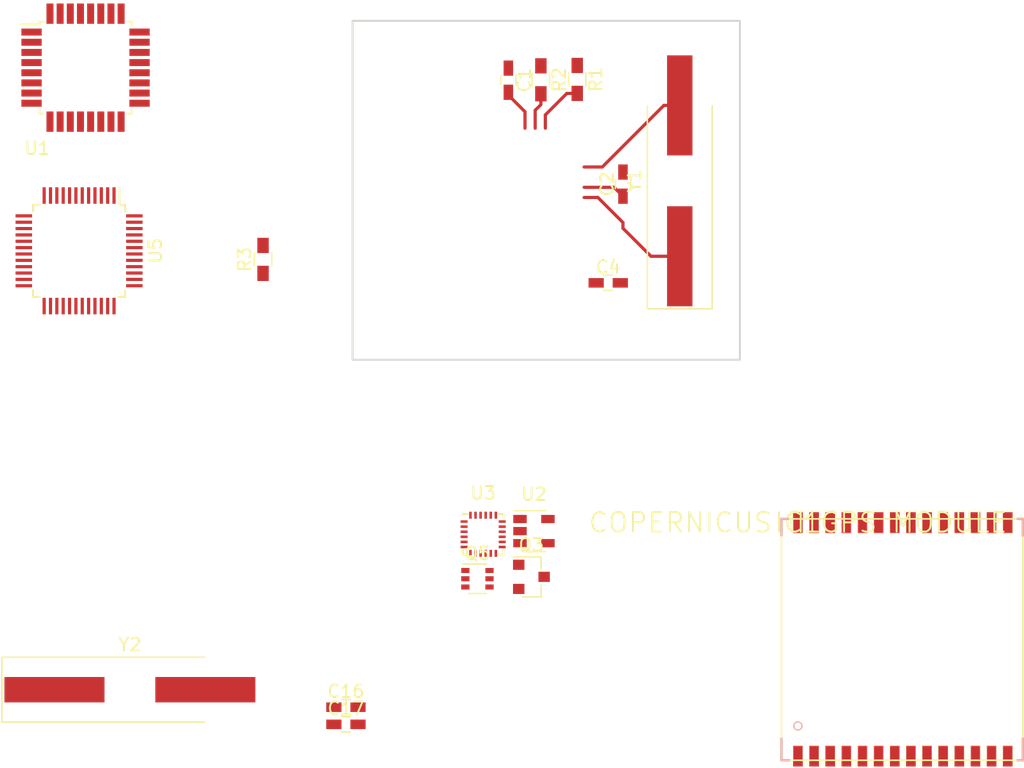
<source format=kicad_pcb>
(kicad_pcb (version 20171130) (host pcbnew "(5.0.1)-3")

  (general
    (thickness 1.6)
    (drawings 4)
    (tracks 24)
    (zones 0)
    (modules 17)
    (nets 76)
  )

  (page A4)
  (layers
    (0 F.Cu signal)
    (31 B.Cu signal)
    (32 B.Adhes user)
    (33 F.Adhes user)
    (34 B.Paste user)
    (35 F.Paste user)
    (36 B.SilkS user)
    (37 F.SilkS user)
    (38 B.Mask user)
    (39 F.Mask user)
    (40 Dwgs.User user)
    (41 Cmts.User user)
    (42 Eco1.User user)
    (43 Eco2.User user)
    (44 Edge.Cuts user)
    (45 Margin user)
    (46 B.CrtYd user)
    (47 F.CrtYd user)
    (48 B.Fab user)
    (49 F.Fab user)
  )

  (setup
    (last_trace_width 0.25)
    (trace_clearance 0.2)
    (zone_clearance 0.508)
    (zone_45_only no)
    (trace_min 0.2)
    (segment_width 0.2)
    (edge_width 0.15)
    (via_size 0.6)
    (via_drill 0.4)
    (via_min_size 0.4)
    (via_min_drill 0.3)
    (uvia_size 0.3)
    (uvia_drill 0.1)
    (uvias_allowed no)
    (uvia_min_size 0.2)
    (uvia_min_drill 0.1)
    (pcb_text_width 0.3)
    (pcb_text_size 1.5 1.5)
    (mod_edge_width 0.15)
    (mod_text_size 1 1)
    (mod_text_width 0.15)
    (pad_size 1.524 1.524)
    (pad_drill 0.762)
    (pad_to_mask_clearance 0.2)
    (solder_mask_min_width 0.25)
    (aux_axis_origin 0 0)
    (visible_elements 7FFCFFDF)
    (pcbplotparams
      (layerselection 0x00030_80000001)
      (usegerberextensions false)
      (usegerberattributes false)
      (usegerberadvancedattributes false)
      (creategerberjobfile false)
      (excludeedgelayer true)
      (linewidth 0.100000)
      (plotframeref false)
      (viasonmask false)
      (mode 1)
      (useauxorigin false)
      (hpglpennumber 1)
      (hpglpenspeed 20)
      (hpglpendiameter 15.000000)
      (psnegative false)
      (psa4output false)
      (plotreference true)
      (plotvalue true)
      (plotinvisibletext false)
      (padsonsilk false)
      (subtractmaskfromsilk false)
      (outputformat 1)
      (mirror false)
      (drillshape 1)
      (scaleselection 1)
      (outputdirectory ""))
  )

  (net 0 "")
  (net 1 "Net-(C4-Pad1)")
  (net 2 VCC)
  (net 3 "Net-(IC1-Pad5)")
  (net 4 "Net-(Q3-Pad2)")
  (net 5 "Net-(U2-Pad4)")
  (net 6 RAW)
  (net 7 GND)
  (net 8 "Net-(Q3-Pad3)")
  (net 9 "Net-(C12-Pad1)")
  (net 10 "Net-(AE1-Pad2)")
  (net 11 "Net-(IC1-Pad7)")
  (net 12 "Net-(IC1-Pad8)")
  (net 13 "Net-(IC1-Pad9)")
  (net 14 "Net-(IC1-Pad10)")
  (net 15 XRESET)
  (net 16 STBY)
  (net 17 "Net-(IC1-Pad17)")
  (net 18 "Net-(IC1-Pad18)")
  (net 19 PPS)
  (net 20 RXDB)
  (net 21 RXDA)
  (net 22 "Net-(IC1-Pad22)")
  (net 23 TXDA)
  (net 24 TXDB)
  (net 25 "Net-(IC1-Pad25)")
  (net 26 "Net-(IC1-Pad26)")
  (net 27 "Net-(U5-Pad46)")
  (net 28 "Net-(U5-Pad45)")
  (net 29 "Net-(R6-Pad1)")
  (net 30 SDA)
  (net 31 SCL)
  (net 32 "Net-(U5-Pad41)")
  (net 33 "Net-(U5-Pad40)")
  (net 34 "Net-(U5-Pad39)")
  (net 35 "Net-(U5-Pad38)")
  (net 36 SWCLK)
  (net 37 SWDIO)
  (net 38 "Net-(U5-Pad33)")
  (net 39 "Net-(U5-Pad32)")
  (net 40 "Net-(U5-Pad29)")
  (net 41 "Net-(U5-Pad28)")
  (net 42 "Net-(U5-Pad27)")
  (net 43 "Net-(U5-Pad26)")
  (net 44 "Net-(U5-Pad25)")
  (net 45 "Net-(U5-Pad22)")
  (net 46 "Net-(U5-Pad21)")
  (net 47 "Net-(R7-Pad1)")
  (net 48 "Net-(U5-Pad19)")
  (net 49 "Net-(U5-Pad18)")
  (net 50 "Net-(U5-Pad17)")
  (net 51 "Net-(U5-Pad16)")
  (net 52 "Net-(U5-Pad15)")
  (net 53 "Net-(U5-Pad14)")
  (net 54 "Net-(U5-Pad13)")
  (net 55 "Net-(U5-Pad12)")
  (net 56 "Net-(U5-Pad11)")
  (net 57 "Net-(U5-Pad10)")
  (net 58 "Net-(U5-Pad7)")
  (net 59 "Net-(C11-Pad1)")
  (net 60 "Net-(C10-Pad1)")
  (net 61 "Net-(U5-Pad4)")
  (net 62 "Net-(U5-Pad3)")
  (net 63 "Net-(U5-Pad2)")
  (net 64 "Net-(U5-Pad1)")
  (net 65 nCS)
  (net 66 AUX_DA)
  (net 67 INT)
  (net 68 FSYNC)
  (net 69 AD0/SDO)
  (net 70 AUX_CL)
  (net 71 OSCB)
  (net 72 OSCA)
  (net 73 SCK)
  (net 74 "Net-(Q4-Pad3)")
  (net 75 "Net-(D1-Pad1)")

  (net_class Default "This is the default net class."
    (clearance 0.2)
    (trace_width 0.25)
    (via_dia 0.6)
    (via_drill 0.4)
    (uvia_dia 0.3)
    (uvia_drill 0.1)
    (add_net AD0/SDO)
    (add_net AUX_CL)
    (add_net AUX_DA)
    (add_net FSYNC)
    (add_net GND)
    (add_net INT)
    (add_net "Net-(AE1-Pad2)")
    (add_net "Net-(C10-Pad1)")
    (add_net "Net-(C11-Pad1)")
    (add_net "Net-(C12-Pad1)")
    (add_net "Net-(C4-Pad1)")
    (add_net "Net-(D1-Pad1)")
    (add_net "Net-(IC1-Pad10)")
    (add_net "Net-(IC1-Pad17)")
    (add_net "Net-(IC1-Pad18)")
    (add_net "Net-(IC1-Pad22)")
    (add_net "Net-(IC1-Pad25)")
    (add_net "Net-(IC1-Pad26)")
    (add_net "Net-(IC1-Pad5)")
    (add_net "Net-(IC1-Pad7)")
    (add_net "Net-(IC1-Pad8)")
    (add_net "Net-(IC1-Pad9)")
    (add_net "Net-(Q3-Pad2)")
    (add_net "Net-(Q3-Pad3)")
    (add_net "Net-(Q4-Pad3)")
    (add_net "Net-(R6-Pad1)")
    (add_net "Net-(R7-Pad1)")
    (add_net "Net-(U2-Pad4)")
    (add_net "Net-(U5-Pad1)")
    (add_net "Net-(U5-Pad10)")
    (add_net "Net-(U5-Pad11)")
    (add_net "Net-(U5-Pad12)")
    (add_net "Net-(U5-Pad13)")
    (add_net "Net-(U5-Pad14)")
    (add_net "Net-(U5-Pad15)")
    (add_net "Net-(U5-Pad16)")
    (add_net "Net-(U5-Pad17)")
    (add_net "Net-(U5-Pad18)")
    (add_net "Net-(U5-Pad19)")
    (add_net "Net-(U5-Pad2)")
    (add_net "Net-(U5-Pad21)")
    (add_net "Net-(U5-Pad22)")
    (add_net "Net-(U5-Pad25)")
    (add_net "Net-(U5-Pad26)")
    (add_net "Net-(U5-Pad27)")
    (add_net "Net-(U5-Pad28)")
    (add_net "Net-(U5-Pad29)")
    (add_net "Net-(U5-Pad3)")
    (add_net "Net-(U5-Pad32)")
    (add_net "Net-(U5-Pad33)")
    (add_net "Net-(U5-Pad38)")
    (add_net "Net-(U5-Pad39)")
    (add_net "Net-(U5-Pad4)")
    (add_net "Net-(U5-Pad40)")
    (add_net "Net-(U5-Pad41)")
    (add_net "Net-(U5-Pad45)")
    (add_net "Net-(U5-Pad46)")
    (add_net "Net-(U5-Pad7)")
    (add_net OSCA)
    (add_net OSCB)
    (add_net PPS)
    (add_net RAW)
    (add_net RXDA)
    (add_net RXDB)
    (add_net SCK)
    (add_net SCL)
    (add_net SDA)
    (add_net STBY)
    (add_net SWCLK)
    (add_net SWDIO)
    (add_net TXDA)
    (add_net TXDB)
    (add_net VCC)
    (add_net XRESET)
    (add_net nCS)
  )

  (module Capacitors_SMD:C_0603_HandSoldering (layer F.Cu) (tedit 58AA848B) (tstamp 5C0DEF48)
    (at 151.875501 137.918501)
    (descr "Capacitor SMD 0603, hand soldering")
    (tags "capacitor 0603")
    (path /58E04895)
    (attr smd)
    (fp_text reference C17 (at 0 -1.25) (layer F.SilkS)
      (effects (font (size 1 1) (thickness 0.15)))
    )
    (fp_text value 10pF (at 0 1.5) (layer F.Fab)
      (effects (font (size 1 1) (thickness 0.15)))
    )
    (fp_text user %R (at 0 -1.25) (layer F.Fab)
      (effects (font (size 1 1) (thickness 0.15)))
    )
    (fp_line (start -0.8 0.4) (end -0.8 -0.4) (layer F.Fab) (width 0.1))
    (fp_line (start 0.8 0.4) (end -0.8 0.4) (layer F.Fab) (width 0.1))
    (fp_line (start 0.8 -0.4) (end 0.8 0.4) (layer F.Fab) (width 0.1))
    (fp_line (start -0.8 -0.4) (end 0.8 -0.4) (layer F.Fab) (width 0.1))
    (fp_line (start -0.35 -0.6) (end 0.35 -0.6) (layer F.SilkS) (width 0.12))
    (fp_line (start 0.35 0.6) (end -0.35 0.6) (layer F.SilkS) (width 0.12))
    (fp_line (start -1.8 -0.65) (end 1.8 -0.65) (layer F.CrtYd) (width 0.05))
    (fp_line (start -1.8 -0.65) (end -1.8 0.65) (layer F.CrtYd) (width 0.05))
    (fp_line (start 1.8 0.65) (end 1.8 -0.65) (layer F.CrtYd) (width 0.05))
    (fp_line (start 1.8 0.65) (end -1.8 0.65) (layer F.CrtYd) (width 0.05))
    (pad 1 smd rect (at -0.95 0) (size 1.2 0.75) (layers F.Cu F.Paste F.Mask)
      (net 71 OSCB))
    (pad 2 smd rect (at 0.95 0) (size 1.2 0.75) (layers F.Cu F.Paste F.Mask)
      (net 7 GND))
    (model Capacitors_SMD.3dshapes/C_0603.wrl
      (at (xyz 0 0 0))
      (scale (xyz 1 1 1))
      (rotate (xyz 0 0 0))
    )
  )

  (module Capacitors_SMD:C_0603_HandSoldering (layer F.Cu) (tedit 58AA848B) (tstamp 5C0DEF37)
    (at 151.875501 136.568501)
    (descr "Capacitor SMD 0603, hand soldering")
    (tags "capacitor 0603")
    (path /58E0482E)
    (attr smd)
    (fp_text reference C16 (at 0 -1.25) (layer F.SilkS)
      (effects (font (size 1 1) (thickness 0.15)))
    )
    (fp_text value 10pF (at 0 1.5) (layer F.Fab)
      (effects (font (size 1 1) (thickness 0.15)))
    )
    (fp_line (start 1.8 0.65) (end -1.8 0.65) (layer F.CrtYd) (width 0.05))
    (fp_line (start 1.8 0.65) (end 1.8 -0.65) (layer F.CrtYd) (width 0.05))
    (fp_line (start -1.8 -0.65) (end -1.8 0.65) (layer F.CrtYd) (width 0.05))
    (fp_line (start -1.8 -0.65) (end 1.8 -0.65) (layer F.CrtYd) (width 0.05))
    (fp_line (start 0.35 0.6) (end -0.35 0.6) (layer F.SilkS) (width 0.12))
    (fp_line (start -0.35 -0.6) (end 0.35 -0.6) (layer F.SilkS) (width 0.12))
    (fp_line (start -0.8 -0.4) (end 0.8 -0.4) (layer F.Fab) (width 0.1))
    (fp_line (start 0.8 -0.4) (end 0.8 0.4) (layer F.Fab) (width 0.1))
    (fp_line (start 0.8 0.4) (end -0.8 0.4) (layer F.Fab) (width 0.1))
    (fp_line (start -0.8 0.4) (end -0.8 -0.4) (layer F.Fab) (width 0.1))
    (fp_text user %R (at 0 -1.25) (layer F.Fab)
      (effects (font (size 1 1) (thickness 0.15)))
    )
    (pad 2 smd rect (at 0.95 0) (size 1.2 0.75) (layers F.Cu F.Paste F.Mask)
      (net 7 GND))
    (pad 1 smd rect (at -0.95 0) (size 1.2 0.75) (layers F.Cu F.Paste F.Mask)
      (net 72 OSCA))
    (model Capacitors_SMD.3dshapes/C_0603.wrl
      (at (xyz 0 0 0))
      (scale (xyz 1 1 1))
      (rotate (xyz 0 0 0))
    )
  )

  (module Crystals:Crystal_SMD_HC49-SD_HandSoldering (layer F.Cu) (tedit 58CD2E9D) (tstamp 5C0DEF26)
    (at 134.874 135.1915)
    (descr "SMD Crystal HC-49-SD http://cdn-reichelt.de/documents/datenblatt/B400/xxx-HC49-SMD.pdf, hand-soldering, 11.4x4.7mm^2 package")
    (tags "SMD SMT crystal hand-soldering")
    (path /58E04392)
    (attr smd)
    (fp_text reference Y2 (at 0 -3.55) (layer F.SilkS)
      (effects (font (size 1 1) (thickness 0.15)))
    )
    (fp_text value 8MHz (at 0 3.55) (layer F.Fab)
      (effects (font (size 1 1) (thickness 0.15)))
    )
    (fp_arc (start 3.015 0) (end 3.015 -2.115) (angle 180) (layer F.Fab) (width 0.1))
    (fp_arc (start -3.015 0) (end -3.015 -2.115) (angle -180) (layer F.Fab) (width 0.1))
    (fp_line (start 10.2 -2.6) (end -10.2 -2.6) (layer F.CrtYd) (width 0.05))
    (fp_line (start 10.2 2.6) (end 10.2 -2.6) (layer F.CrtYd) (width 0.05))
    (fp_line (start -10.2 2.6) (end 10.2 2.6) (layer F.CrtYd) (width 0.05))
    (fp_line (start -10.2 -2.6) (end -10.2 2.6) (layer F.CrtYd) (width 0.05))
    (fp_line (start -10.075 2.55) (end 5.9 2.55) (layer F.SilkS) (width 0.12))
    (fp_line (start -10.075 -2.55) (end -10.075 2.55) (layer F.SilkS) (width 0.12))
    (fp_line (start 5.9 -2.55) (end -10.075 -2.55) (layer F.SilkS) (width 0.12))
    (fp_line (start -3.015 2.115) (end 3.015 2.115) (layer F.Fab) (width 0.1))
    (fp_line (start -3.015 -2.115) (end 3.015 -2.115) (layer F.Fab) (width 0.1))
    (fp_line (start 5.7 -2.35) (end -5.7 -2.35) (layer F.Fab) (width 0.1))
    (fp_line (start 5.7 2.35) (end 5.7 -2.35) (layer F.Fab) (width 0.1))
    (fp_line (start -5.7 2.35) (end 5.7 2.35) (layer F.Fab) (width 0.1))
    (fp_line (start -5.7 -2.35) (end -5.7 2.35) (layer F.Fab) (width 0.1))
    (fp_text user %R (at 0 0) (layer F.Fab)
      (effects (font (size 1 1) (thickness 0.15)))
    )
    (pad 2 smd rect (at 5.9375 0) (size 7.875 2) (layers F.Cu F.Paste F.Mask)
      (net 71 OSCB))
    (pad 1 smd rect (at -5.9375 0) (size 7.875 2) (layers F.Cu F.Paste F.Mask)
      (net 72 OSCA))
    (model ${KISYS3DMOD}/Crystals.3dshapes/Crystal_SMD_HC49-SD_HandSoldering.wrl
      (at (xyz 0 0 0))
      (scale (xyz 1 1 1))
      (rotate (xyz 0 0 0))
    )
  )

  (module Housings_DFN_QFN:QFN-24_3x3mm_Pitch0.4mm (layer F.Cu) (tedit 57CEA2FF) (tstamp 5C0DEF10)
    (at 162.675501 122.958501)
    (descr "24-Lead Plastic QFN (3mm x 3mm); Pitch 0.4mm")
    (tags "QFN 0.4")
    (path /590022B2)
    (attr smd)
    (fp_text reference U3 (at 0 -3.25) (layer F.SilkS)
      (effects (font (size 1 1) (thickness 0.15)))
    )
    (fp_text value MPU-9250 (at 0 3.25) (layer F.Fab)
      (effects (font (size 1 1) (thickness 0.15)))
    )
    (fp_line (start -1.6 -1.6) (end -1.2 -1.6) (layer F.SilkS) (width 0.15))
    (fp_line (start 1.6 -1.6) (end 1.2 -1.6) (layer F.SilkS) (width 0.15))
    (fp_line (start 1.6 -1.6) (end 1.6 -1.2) (layer F.SilkS) (width 0.15))
    (fp_line (start 1.6 1.6) (end 1.2 1.6) (layer F.SilkS) (width 0.15))
    (fp_line (start 1.6 1.6) (end 1.6 1.2) (layer F.SilkS) (width 0.15))
    (fp_line (start -1.6 1.6) (end -1.2 1.6) (layer F.SilkS) (width 0.15))
    (fp_line (start -1.6 1.6) (end -1.6 1.2) (layer F.SilkS) (width 0.15))
    (fp_line (start -2.05 -2.05) (end 2.05 -2.05) (layer F.CrtYd) (width 0.05))
    (fp_line (start -2.05 2.05) (end -2.05 -2.05) (layer F.CrtYd) (width 0.05))
    (fp_line (start 2.05 2.05) (end -2.05 2.05) (layer F.CrtYd) (width 0.05))
    (fp_line (start 2.05 -2.05) (end 2.05 2.05) (layer F.CrtYd) (width 0.05))
    (fp_line (start -1.5 -0.5) (end -0.5 -1.5) (layer F.Fab) (width 0.15))
    (fp_line (start -1.5 1.5) (end -1.5 -0.5) (layer F.Fab) (width 0.15))
    (fp_line (start 1.5 1.5) (end -1.5 1.5) (layer F.Fab) (width 0.15))
    (fp_line (start 1.5 -1.5) (end 1.5 1.5) (layer F.Fab) (width 0.15))
    (fp_line (start -0.5 -1.5) (end 1.5 -1.5) (layer F.Fab) (width 0.15))
    (pad 24 smd rect (at -1 -1.5 90) (size 0.55 0.2) (layers F.Cu F.Paste F.Mask)
      (net 30 SDA))
    (pad 23 smd rect (at -0.6 -1.5 90) (size 0.55 0.2) (layers F.Cu F.Paste F.Mask)
      (net 31 SCL))
    (pad 22 smd rect (at -0.2 -1.5 90) (size 0.55 0.2) (layers F.Cu F.Paste F.Mask)
      (net 65 nCS))
    (pad 21 smd rect (at 0.2 -1.5 90) (size 0.55 0.2) (layers F.Cu F.Paste F.Mask)
      (net 66 AUX_DA))
    (pad 20 smd rect (at 0.6 -1.5 90) (size 0.55 0.2) (layers F.Cu F.Paste F.Mask))
    (pad 19 smd rect (at 1 -1.5 90) (size 0.55 0.2) (layers F.Cu F.Paste F.Mask))
    (pad 18 smd rect (at 1.5 -1) (size 0.55 0.2) (layers F.Cu F.Paste F.Mask)
      (net 7 GND))
    (pad 17 smd rect (at 1.5 -0.6) (size 0.55 0.2) (layers F.Cu F.Paste F.Mask))
    (pad 16 smd rect (at 1.5 -0.2) (size 0.55 0.2) (layers F.Cu F.Paste F.Mask))
    (pad 15 smd rect (at 1.5 0.2) (size 0.55 0.2) (layers F.Cu F.Paste F.Mask))
    (pad 14 smd rect (at 1.5 0.6) (size 0.55 0.2) (layers F.Cu F.Paste F.Mask))
    (pad 13 smd rect (at 1.5 1) (size 0.55 0.2) (layers F.Cu F.Paste F.Mask)
      (net 2 VCC))
    (pad 12 smd rect (at 1 1.5 90) (size 0.55 0.2) (layers F.Cu F.Paste F.Mask)
      (net 67 INT))
    (pad 11 smd rect (at 0.6 1.5 90) (size 0.55 0.2) (layers F.Cu F.Paste F.Mask)
      (net 68 FSYNC))
    (pad 10 smd rect (at 0.2 1.5 90) (size 0.55 0.2) (layers F.Cu F.Paste F.Mask)
      (net 1 "Net-(C4-Pad1)"))
    (pad 9 smd rect (at -0.2 1.5 90) (size 0.55 0.2) (layers F.Cu F.Paste F.Mask)
      (net 69 AD0/SDO))
    (pad 8 smd rect (at -0.6 1.5 90) (size 0.55 0.2) (layers F.Cu F.Paste F.Mask)
      (net 2 VCC))
    (pad 7 smd rect (at -1 1.5 90) (size 0.55 0.2) (layers F.Cu F.Paste F.Mask)
      (net 70 AUX_CL))
    (pad 6 smd rect (at -1.5 1) (size 0.55 0.2) (layers F.Cu F.Paste F.Mask))
    (pad 5 smd rect (at -1.5 0.6) (size 0.55 0.2) (layers F.Cu F.Paste F.Mask))
    (pad 4 smd rect (at -1.5 0.2) (size 0.55 0.2) (layers F.Cu F.Paste F.Mask))
    (pad 3 smd rect (at -1.5 -0.2) (size 0.55 0.2) (layers F.Cu F.Paste F.Mask))
    (pad 2 smd rect (at -1.5 -0.6) (size 0.55 0.2) (layers F.Cu F.Paste F.Mask))
    (pad 1 smd rect (at -1.5 -1) (size 0.55 0.2) (layers F.Cu F.Paste F.Mask))
    (model ${KISYS3DMOD}/Housings_DFN_QFN.3dshapes/QFN-24_3x3mm_Pitch0.4mm.wrl
      (at (xyz 0 0 0))
      (scale (xyz 1 1 1))
      (rotate (xyz 0 0 0))
    )
  )

  (module Housings_QFP:LQFP-48_7x7mm_Pitch0.5mm (layer F.Cu) (tedit 54130A77) (tstamp 5C0DEEE4)
    (at 130.8735 100.6475 270)
    (descr "48 LEAD LQFP 7x7mm (see MICREL LQFP7x7-48LD-PL-1.pdf)")
    (tags "QFP 0.5")
    (path /5914F151)
    (attr smd)
    (fp_text reference U5 (at 0 -6 270) (layer F.SilkS)
      (effects (font (size 1 1) (thickness 0.15)))
    )
    (fp_text value STM32F103CBTx (at 0 6 270) (layer F.Fab)
      (effects (font (size 1 1) (thickness 0.15)))
    )
    (fp_line (start -3.625 -3.175) (end -5 -3.175) (layer F.SilkS) (width 0.15))
    (fp_line (start 3.625 -3.625) (end 3.1 -3.625) (layer F.SilkS) (width 0.15))
    (fp_line (start 3.625 3.625) (end 3.1 3.625) (layer F.SilkS) (width 0.15))
    (fp_line (start -3.625 3.625) (end -3.1 3.625) (layer F.SilkS) (width 0.15))
    (fp_line (start -3.625 -3.625) (end -3.1 -3.625) (layer F.SilkS) (width 0.15))
    (fp_line (start -3.625 3.625) (end -3.625 3.1) (layer F.SilkS) (width 0.15))
    (fp_line (start 3.625 3.625) (end 3.625 3.1) (layer F.SilkS) (width 0.15))
    (fp_line (start 3.625 -3.625) (end 3.625 -3.1) (layer F.SilkS) (width 0.15))
    (fp_line (start -3.625 -3.625) (end -3.625 -3.175) (layer F.SilkS) (width 0.15))
    (fp_line (start -5.25 5.25) (end 5.25 5.25) (layer F.CrtYd) (width 0.05))
    (fp_line (start -5.25 -5.25) (end 5.25 -5.25) (layer F.CrtYd) (width 0.05))
    (fp_line (start 5.25 -5.25) (end 5.25 5.25) (layer F.CrtYd) (width 0.05))
    (fp_line (start -5.25 -5.25) (end -5.25 5.25) (layer F.CrtYd) (width 0.05))
    (fp_line (start -3.5 -2.5) (end -2.5 -3.5) (layer F.Fab) (width 0.15))
    (fp_line (start -3.5 3.5) (end -3.5 -2.5) (layer F.Fab) (width 0.15))
    (fp_line (start 3.5 3.5) (end -3.5 3.5) (layer F.Fab) (width 0.15))
    (fp_line (start 3.5 -3.5) (end 3.5 3.5) (layer F.Fab) (width 0.15))
    (fp_line (start -2.5 -3.5) (end 3.5 -3.5) (layer F.Fab) (width 0.15))
    (fp_text user %R (at 0 0 270) (layer F.Fab)
      (effects (font (size 1 1) (thickness 0.15)))
    )
    (pad 48 smd rect (at -2.75 -4.35) (size 1.3 0.25) (layers F.Cu F.Paste F.Mask)
      (net 2 VCC))
    (pad 47 smd rect (at -2.25 -4.35) (size 1.3 0.25) (layers F.Cu F.Paste F.Mask)
      (net 7 GND))
    (pad 46 smd rect (at -1.75 -4.35) (size 1.3 0.25) (layers F.Cu F.Paste F.Mask)
      (net 27 "Net-(U5-Pad46)"))
    (pad 45 smd rect (at -1.25 -4.35) (size 1.3 0.25) (layers F.Cu F.Paste F.Mask)
      (net 28 "Net-(U5-Pad45)"))
    (pad 44 smd rect (at -0.75 -4.35) (size 1.3 0.25) (layers F.Cu F.Paste F.Mask)
      (net 29 "Net-(R6-Pad1)"))
    (pad 43 smd rect (at -0.25 -4.35) (size 1.3 0.25) (layers F.Cu F.Paste F.Mask)
      (net 30 SDA))
    (pad 42 smd rect (at 0.25 -4.35) (size 1.3 0.25) (layers F.Cu F.Paste F.Mask)
      (net 31 SCL))
    (pad 41 smd rect (at 0.75 -4.35) (size 1.3 0.25) (layers F.Cu F.Paste F.Mask)
      (net 32 "Net-(U5-Pad41)"))
    (pad 40 smd rect (at 1.25 -4.35) (size 1.3 0.25) (layers F.Cu F.Paste F.Mask)
      (net 33 "Net-(U5-Pad40)"))
    (pad 39 smd rect (at 1.75 -4.35) (size 1.3 0.25) (layers F.Cu F.Paste F.Mask)
      (net 34 "Net-(U5-Pad39)"))
    (pad 38 smd rect (at 2.25 -4.35) (size 1.3 0.25) (layers F.Cu F.Paste F.Mask)
      (net 35 "Net-(U5-Pad38)"))
    (pad 37 smd rect (at 2.75 -4.35) (size 1.3 0.25) (layers F.Cu F.Paste F.Mask)
      (net 36 SWCLK))
    (pad 36 smd rect (at 4.35 -2.75 270) (size 1.3 0.25) (layers F.Cu F.Paste F.Mask)
      (net 2 VCC))
    (pad 35 smd rect (at 4.35 -2.25 270) (size 1.3 0.25) (layers F.Cu F.Paste F.Mask)
      (net 7 GND))
    (pad 34 smd rect (at 4.35 -1.75 270) (size 1.3 0.25) (layers F.Cu F.Paste F.Mask)
      (net 37 SWDIO))
    (pad 33 smd rect (at 4.35 -1.25 270) (size 1.3 0.25) (layers F.Cu F.Paste F.Mask)
      (net 38 "Net-(U5-Pad33)"))
    (pad 32 smd rect (at 4.35 -0.75 270) (size 1.3 0.25) (layers F.Cu F.Paste F.Mask)
      (net 39 "Net-(U5-Pad32)"))
    (pad 31 smd rect (at 4.35 -0.25 270) (size 1.3 0.25) (layers F.Cu F.Paste F.Mask)
      (net 20 RXDB))
    (pad 30 smd rect (at 4.35 0.25 270) (size 1.3 0.25) (layers F.Cu F.Paste F.Mask)
      (net 23 TXDA))
    (pad 29 smd rect (at 4.35 0.75 270) (size 1.3 0.25) (layers F.Cu F.Paste F.Mask)
      (net 40 "Net-(U5-Pad29)"))
    (pad 28 smd rect (at 4.35 1.25 270) (size 1.3 0.25) (layers F.Cu F.Paste F.Mask)
      (net 41 "Net-(U5-Pad28)"))
    (pad 27 smd rect (at 4.35 1.75 270) (size 1.3 0.25) (layers F.Cu F.Paste F.Mask)
      (net 42 "Net-(U5-Pad27)"))
    (pad 26 smd rect (at 4.35 2.25 270) (size 1.3 0.25) (layers F.Cu F.Paste F.Mask)
      (net 43 "Net-(U5-Pad26)"))
    (pad 25 smd rect (at 4.35 2.75 270) (size 1.3 0.25) (layers F.Cu F.Paste F.Mask)
      (net 44 "Net-(U5-Pad25)"))
    (pad 24 smd rect (at 2.75 4.35) (size 1.3 0.25) (layers F.Cu F.Paste F.Mask)
      (net 2 VCC))
    (pad 23 smd rect (at 2.25 4.35) (size 1.3 0.25) (layers F.Cu F.Paste F.Mask)
      (net 7 GND))
    (pad 22 smd rect (at 1.75 4.35) (size 1.3 0.25) (layers F.Cu F.Paste F.Mask)
      (net 45 "Net-(U5-Pad22)"))
    (pad 21 smd rect (at 1.25 4.35) (size 1.3 0.25) (layers F.Cu F.Paste F.Mask)
      (net 46 "Net-(U5-Pad21)"))
    (pad 20 smd rect (at 0.75 4.35) (size 1.3 0.25) (layers F.Cu F.Paste F.Mask)
      (net 47 "Net-(R7-Pad1)"))
    (pad 19 smd rect (at 0.25 4.35) (size 1.3 0.25) (layers F.Cu F.Paste F.Mask)
      (net 48 "Net-(U5-Pad19)"))
    (pad 18 smd rect (at -0.25 4.35) (size 1.3 0.25) (layers F.Cu F.Paste F.Mask)
      (net 49 "Net-(U5-Pad18)"))
    (pad 17 smd rect (at -0.75 4.35) (size 1.3 0.25) (layers F.Cu F.Paste F.Mask)
      (net 50 "Net-(U5-Pad17)"))
    (pad 16 smd rect (at -1.25 4.35) (size 1.3 0.25) (layers F.Cu F.Paste F.Mask)
      (net 51 "Net-(U5-Pad16)"))
    (pad 15 smd rect (at -1.75 4.35) (size 1.3 0.25) (layers F.Cu F.Paste F.Mask)
      (net 52 "Net-(U5-Pad15)"))
    (pad 14 smd rect (at -2.25 4.35) (size 1.3 0.25) (layers F.Cu F.Paste F.Mask)
      (net 53 "Net-(U5-Pad14)"))
    (pad 13 smd rect (at -2.75 4.35) (size 1.3 0.25) (layers F.Cu F.Paste F.Mask)
      (net 54 "Net-(U5-Pad13)"))
    (pad 12 smd rect (at -4.35 2.75 270) (size 1.3 0.25) (layers F.Cu F.Paste F.Mask)
      (net 55 "Net-(U5-Pad12)"))
    (pad 11 smd rect (at -4.35 2.25 270) (size 1.3 0.25) (layers F.Cu F.Paste F.Mask)
      (net 56 "Net-(U5-Pad11)"))
    (pad 10 smd rect (at -4.35 1.75 270) (size 1.3 0.25) (layers F.Cu F.Paste F.Mask)
      (net 57 "Net-(U5-Pad10)"))
    (pad 9 smd rect (at -4.35 1.25 270) (size 1.3 0.25) (layers F.Cu F.Paste F.Mask)
      (net 2 VCC))
    (pad 8 smd rect (at -4.35 0.75 270) (size 1.3 0.25) (layers F.Cu F.Paste F.Mask)
      (net 7 GND))
    (pad 7 smd rect (at -4.35 0.25 270) (size 1.3 0.25) (layers F.Cu F.Paste F.Mask)
      (net 58 "Net-(U5-Pad7)"))
    (pad 6 smd rect (at -4.35 -0.25 270) (size 1.3 0.25) (layers F.Cu F.Paste F.Mask)
      (net 59 "Net-(C11-Pad1)"))
    (pad 5 smd rect (at -4.35 -0.75 270) (size 1.3 0.25) (layers F.Cu F.Paste F.Mask)
      (net 60 "Net-(C10-Pad1)"))
    (pad 4 smd rect (at -4.35 -1.25 270) (size 1.3 0.25) (layers F.Cu F.Paste F.Mask)
      (net 61 "Net-(U5-Pad4)"))
    (pad 3 smd rect (at -4.35 -1.75 270) (size 1.3 0.25) (layers F.Cu F.Paste F.Mask)
      (net 62 "Net-(U5-Pad3)"))
    (pad 2 smd rect (at -4.35 -2.25 270) (size 1.3 0.25) (layers F.Cu F.Paste F.Mask)
      (net 63 "Net-(U5-Pad2)"))
    (pad 1 smd rect (at -4.35 -2.75 270) (size 1.3 0.25) (layers F.Cu F.Paste F.Mask)
      (net 64 "Net-(U5-Pad1)"))
    (model ${KISYS3DMOD}/Housings_QFP.3dshapes/LQFP-48_7x7mm_Pitch0.5mm.wrl
      (at (xyz 0 0 0))
      (scale (xyz 1 1 1))
      (rotate (xyz 0 0 0))
    )
  )

  (module SparkFun-RF:COPERNICUS (layer F.Cu) (tedit 200000) (tstamp 5C0DEE9D)
    (at 187.452 122.047)
    (path /590FD8A4)
    (attr smd)
    (fp_text reference IC1 (at 0 0) (layer F.SilkS)
      (effects (font (size 1.524 1.524) (thickness 0.15)))
    )
    (fp_text value "COPERNICUS II GPS MODULE" (at 0 0) (layer F.SilkS)
      (effects (font (size 1.524 1.524) (thickness 0.15)))
    )
    (fp_line (start -0.79756 -0.29972) (end -1.29794 -0.29972) (layer B.SilkS) (width 0.2032))
    (fp_line (start -1.29794 -0.29972) (end -1.29794 0.99822) (layer B.SilkS) (width 0.2032))
    (fp_line (start 17.29994 18.69948) (end 17.69872 18.69948) (layer B.SilkS) (width 0.2032))
    (fp_line (start 17.69872 18.69948) (end 17.69872 16.99768) (layer B.SilkS) (width 0.2032))
    (fp_line (start 17.69872 0.99822) (end 17.69872 -0.29972) (layer B.SilkS) (width 0.2032))
    (fp_line (start 17.69872 -0.29972) (end 17.29994 -0.29972) (layer B.SilkS) (width 0.2032))
    (fp_line (start -1.29794 16.99768) (end -1.29794 18.69948) (layer B.SilkS) (width 0.2032))
    (fp_line (start -1.29794 18.69948) (end -0.6985 18.69948) (layer B.SilkS) (width 0.2032))
    (fp_line (start -1.29794 -0.29972) (end 17.69872 -0.29972) (layer F.SilkS) (width 0.127))
    (fp_line (start -1.29794 -0.29972) (end -1.29794 18.69948) (layer F.SilkS) (width 0.127))
    (fp_line (start 17.69872 -0.29972) (end 17.69872 18.69948) (layer F.SilkS) (width 0.127))
    (fp_line (start -1.29794 18.69948) (end 17.69872 18.69948) (layer F.SilkS) (width 0.127))
    (fp_line (start -0.381 0.8128) (end -0.381 -0.3302) (layer F.SilkS) (width 0.0254))
    (fp_line (start -0.381 -0.3302) (end -0.4826 -0.3302) (layer F.SilkS) (width 0.0254))
    (fp_line (start -0.4826 -0.3302) (end -0.4826 -0.9398) (layer F.SilkS) (width 0.0254))
    (fp_line (start -0.4826 -0.9398) (end 0.4826 -0.9398) (layer F.SilkS) (width 0.0254))
    (fp_line (start 0.4826 -0.9398) (end 0.4826 -0.3302) (layer F.SilkS) (width 0.0254))
    (fp_line (start 0.4826 -0.3302) (end 0.381 -0.3302) (layer F.SilkS) (width 0.0254))
    (fp_line (start 0.381 -0.3302) (end 0.381 0.8128) (layer F.SilkS) (width 0.0254))
    (fp_line (start 0.381 0.8128) (end -0.381 0.8128) (layer F.SilkS) (width 0.0254))
    (fp_line (start 0.889 0.8128) (end 0.889 -0.3302) (layer F.SilkS) (width 0.0254))
    (fp_line (start 0.889 -0.3302) (end 0.7874 -0.3302) (layer F.SilkS) (width 0.0254))
    (fp_line (start 0.7874 -0.3302) (end 0.7874 -0.9398) (layer F.SilkS) (width 0.0254))
    (fp_line (start 0.7874 -0.9398) (end 1.7526 -0.9398) (layer F.SilkS) (width 0.0254))
    (fp_line (start 1.7526 -0.9398) (end 1.7526 -0.3302) (layer F.SilkS) (width 0.0254))
    (fp_line (start 1.7526 -0.3302) (end 1.651 -0.3302) (layer F.SilkS) (width 0.0254))
    (fp_line (start 1.651 -0.3302) (end 1.651 0.8128) (layer F.SilkS) (width 0.0254))
    (fp_line (start 1.651 0.8128) (end 0.889 0.8128) (layer F.SilkS) (width 0.0254))
    (fp_line (start 2.159 0.8128) (end 2.159 -0.3302) (layer F.SilkS) (width 0.0254))
    (fp_line (start 2.159 -0.3302) (end 2.0574 -0.3302) (layer F.SilkS) (width 0.0254))
    (fp_line (start 2.0574 -0.3302) (end 2.0574 -0.9398) (layer F.SilkS) (width 0.0254))
    (fp_line (start 2.0574 -0.9398) (end 3.0226 -0.9398) (layer F.SilkS) (width 0.0254))
    (fp_line (start 3.0226 -0.9398) (end 3.0226 -0.3302) (layer F.SilkS) (width 0.0254))
    (fp_line (start 3.0226 -0.3302) (end 2.921 -0.3302) (layer F.SilkS) (width 0.0254))
    (fp_line (start 2.921 -0.3302) (end 2.921 0.8128) (layer F.SilkS) (width 0.0254))
    (fp_line (start 2.921 0.8128) (end 2.159 0.8128) (layer F.SilkS) (width 0.0254))
    (fp_line (start 3.429 0.8128) (end 3.429 -0.3302) (layer F.SilkS) (width 0.0254))
    (fp_line (start 3.429 -0.3302) (end 3.3274 -0.3302) (layer F.SilkS) (width 0.0254))
    (fp_line (start 3.3274 -0.3302) (end 3.3274 -0.9398) (layer F.SilkS) (width 0.0254))
    (fp_line (start 3.3274 -0.9398) (end 4.2926 -0.9398) (layer F.SilkS) (width 0.0254))
    (fp_line (start 4.2926 -0.9398) (end 4.2926 -0.3302) (layer F.SilkS) (width 0.0254))
    (fp_line (start 4.2926 -0.3302) (end 4.191 -0.3302) (layer F.SilkS) (width 0.0254))
    (fp_line (start 4.191 -0.3302) (end 4.191 0.8128) (layer F.SilkS) (width 0.0254))
    (fp_line (start 4.191 0.8128) (end 3.429 0.8128) (layer F.SilkS) (width 0.0254))
    (fp_line (start 4.699 0.8128) (end 4.699 -0.3302) (layer F.SilkS) (width 0.0254))
    (fp_line (start 4.699 -0.3302) (end 4.5974 -0.3302) (layer F.SilkS) (width 0.0254))
    (fp_line (start 4.5974 -0.3302) (end 4.5974 -0.9398) (layer F.SilkS) (width 0.0254))
    (fp_line (start 4.5974 -0.9398) (end 5.5626 -0.9398) (layer F.SilkS) (width 0.0254))
    (fp_line (start 5.5626 -0.9398) (end 5.5626 -0.3302) (layer F.SilkS) (width 0.0254))
    (fp_line (start 5.5626 -0.3302) (end 5.461 -0.3302) (layer F.SilkS) (width 0.0254))
    (fp_line (start 5.461 -0.3302) (end 5.461 0.8128) (layer F.SilkS) (width 0.0254))
    (fp_line (start 5.461 0.8128) (end 4.699 0.8128) (layer F.SilkS) (width 0.0254))
    (fp_line (start 5.969 0.8128) (end 5.969 -0.3302) (layer F.SilkS) (width 0.0254))
    (fp_line (start 5.969 -0.3302) (end 5.8674 -0.3302) (layer F.SilkS) (width 0.0254))
    (fp_line (start 5.8674 -0.3302) (end 5.8674 -0.9398) (layer F.SilkS) (width 0.0254))
    (fp_line (start 5.8674 -0.9398) (end 6.8326 -0.9398) (layer F.SilkS) (width 0.0254))
    (fp_line (start 6.8326 -0.9398) (end 6.8326 -0.3302) (layer F.SilkS) (width 0.0254))
    (fp_line (start 6.8326 -0.3302) (end 6.731 -0.3302) (layer F.SilkS) (width 0.0254))
    (fp_line (start 6.731 -0.3302) (end 6.731 0.8128) (layer F.SilkS) (width 0.0254))
    (fp_line (start 6.731 0.8128) (end 5.969 0.8128) (layer F.SilkS) (width 0.0254))
    (fp_line (start 7.23646 0.8128) (end 7.23646 -0.3302) (layer F.SilkS) (width 0.0254))
    (fp_line (start 7.23646 -0.3302) (end 7.1374 -0.3302) (layer F.SilkS) (width 0.0254))
    (fp_line (start 7.1374 -0.3302) (end 7.1374 -0.9398) (layer F.SilkS) (width 0.0254))
    (fp_line (start 7.1374 -0.9398) (end 8.1026 -0.9398) (layer F.SilkS) (width 0.0254))
    (fp_line (start 8.1026 -0.9398) (end 8.1026 -0.3302) (layer F.SilkS) (width 0.0254))
    (fp_line (start 8.1026 -0.3302) (end 8.001 -0.3302) (layer F.SilkS) (width 0.0254))
    (fp_line (start 8.001 -0.3302) (end 8.001 0.8128) (layer F.SilkS) (width 0.0254))
    (fp_line (start 8.001 0.8128) (end 7.23646 0.8128) (layer F.SilkS) (width 0.0254))
    (fp_line (start 8.509 0.8128) (end 8.509 -0.3302) (layer F.SilkS) (width 0.0254))
    (fp_line (start 8.509 -0.3302) (end 8.4074 -0.3302) (layer F.SilkS) (width 0.0254))
    (fp_line (start 8.4074 -0.3302) (end 8.4074 -0.9398) (layer F.SilkS) (width 0.0254))
    (fp_line (start 8.4074 -0.9398) (end 9.3726 -0.9398) (layer F.SilkS) (width 0.0254))
    (fp_line (start 9.3726 -0.9398) (end 9.3726 -0.3302) (layer F.SilkS) (width 0.0254))
    (fp_line (start 9.3726 -0.3302) (end 9.271 -0.3302) (layer F.SilkS) (width 0.0254))
    (fp_line (start 9.271 -0.3302) (end 9.271 0.8128) (layer F.SilkS) (width 0.0254))
    (fp_line (start 9.271 0.8128) (end 8.509 0.8128) (layer F.SilkS) (width 0.0254))
    (fp_line (start 9.779 0.8128) (end 9.779 -0.3302) (layer F.SilkS) (width 0.0254))
    (fp_line (start 9.779 -0.3302) (end 9.6774 -0.3302) (layer F.SilkS) (width 0.0254))
    (fp_line (start 9.6774 -0.3302) (end 9.6774 -0.9398) (layer F.SilkS) (width 0.0254))
    (fp_line (start 9.6774 -0.9398) (end 10.6426 -0.9398) (layer F.SilkS) (width 0.0254))
    (fp_line (start 10.6426 -0.9398) (end 10.6426 -0.3302) (layer F.SilkS) (width 0.0254))
    (fp_line (start 10.6426 -0.3302) (end 10.541 -0.3302) (layer F.SilkS) (width 0.0254))
    (fp_line (start 10.541 -0.3302) (end 10.541 0.8128) (layer F.SilkS) (width 0.0254))
    (fp_line (start 10.541 0.8128) (end 9.779 0.8128) (layer F.SilkS) (width 0.0254))
    (fp_line (start 11.049 0.8128) (end 11.049 -0.3302) (layer F.SilkS) (width 0.0254))
    (fp_line (start 11.049 -0.3302) (end 10.9474 -0.3302) (layer F.SilkS) (width 0.0254))
    (fp_line (start 10.9474 -0.3302) (end 10.9474 -0.9398) (layer F.SilkS) (width 0.0254))
    (fp_line (start 10.9474 -0.9398) (end 11.9126 -0.9398) (layer F.SilkS) (width 0.0254))
    (fp_line (start 11.9126 -0.9398) (end 11.9126 -0.3302) (layer F.SilkS) (width 0.0254))
    (fp_line (start 11.9126 -0.3302) (end 11.811 -0.3302) (layer F.SilkS) (width 0.0254))
    (fp_line (start 11.811 -0.3302) (end 11.811 0.8128) (layer F.SilkS) (width 0.0254))
    (fp_line (start 11.811 0.8128) (end 11.049 0.8128) (layer F.SilkS) (width 0.0254))
    (fp_line (start 12.319 0.8128) (end 12.319 -0.3302) (layer F.SilkS) (width 0.0254))
    (fp_line (start 12.319 -0.3302) (end 12.2174 -0.3302) (layer F.SilkS) (width 0.0254))
    (fp_line (start 12.2174 -0.3302) (end 12.2174 -0.9398) (layer F.SilkS) (width 0.0254))
    (fp_line (start 12.2174 -0.9398) (end 13.1826 -0.9398) (layer F.SilkS) (width 0.0254))
    (fp_line (start 13.1826 -0.9398) (end 13.1826 -0.3302) (layer F.SilkS) (width 0.0254))
    (fp_line (start 13.1826 -0.3302) (end 13.081 -0.3302) (layer F.SilkS) (width 0.0254))
    (fp_line (start 13.081 -0.3302) (end 13.081 0.8128) (layer F.SilkS) (width 0.0254))
    (fp_line (start 13.081 0.8128) (end 12.319 0.8128) (layer F.SilkS) (width 0.0254))
    (fp_line (start 13.589 0.8128) (end 13.589 -0.3302) (layer F.SilkS) (width 0.0254))
    (fp_line (start 13.589 -0.3302) (end 13.4874 -0.3302) (layer F.SilkS) (width 0.0254))
    (fp_line (start 13.4874 -0.3302) (end 13.4874 -0.9398) (layer F.SilkS) (width 0.0254))
    (fp_line (start 13.4874 -0.9398) (end 14.45006 -0.9398) (layer F.SilkS) (width 0.0254))
    (fp_line (start 14.45006 -0.9398) (end 14.45006 -0.3302) (layer F.SilkS) (width 0.0254))
    (fp_line (start 14.45006 -0.3302) (end 14.34846 -0.3302) (layer F.SilkS) (width 0.0254))
    (fp_line (start 14.34846 -0.3302) (end 14.34846 0.8128) (layer F.SilkS) (width 0.0254))
    (fp_line (start 14.34846 0.8128) (end 13.589 0.8128) (layer F.SilkS) (width 0.0254))
    (fp_line (start 14.859 0.8128) (end 14.859 -0.3302) (layer F.SilkS) (width 0.0254))
    (fp_line (start 14.859 -0.3302) (end 14.7574 -0.3302) (layer F.SilkS) (width 0.0254))
    (fp_line (start 14.7574 -0.3302) (end 14.7574 -0.9398) (layer F.SilkS) (width 0.0254))
    (fp_line (start 14.7574 -0.9398) (end 15.7226 -0.9398) (layer F.SilkS) (width 0.0254))
    (fp_line (start 15.7226 -0.9398) (end 15.7226 -0.3302) (layer F.SilkS) (width 0.0254))
    (fp_line (start 15.7226 -0.3302) (end 15.621 -0.3302) (layer F.SilkS) (width 0.0254))
    (fp_line (start 15.621 -0.3302) (end 15.621 0.8128) (layer F.SilkS) (width 0.0254))
    (fp_line (start 15.621 0.8128) (end 14.859 0.8128) (layer F.SilkS) (width 0.0254))
    (fp_line (start 16.129 0.8128) (end 16.129 -0.3302) (layer F.SilkS) (width 0.0254))
    (fp_line (start 16.129 -0.3302) (end 16.0274 -0.3302) (layer F.SilkS) (width 0.0254))
    (fp_line (start 16.0274 -0.3302) (end 16.0274 -0.9398) (layer F.SilkS) (width 0.0254))
    (fp_line (start 16.0274 -0.9398) (end 16.9926 -0.9398) (layer F.SilkS) (width 0.0254))
    (fp_line (start 16.9926 -0.9398) (end 16.9926 -0.3302) (layer F.SilkS) (width 0.0254))
    (fp_line (start 16.9926 -0.3302) (end 16.891 -0.3302) (layer F.SilkS) (width 0.0254))
    (fp_line (start 16.891 -0.3302) (end 16.891 0.8128) (layer F.SilkS) (width 0.0254))
    (fp_line (start 16.891 0.8128) (end 16.129 0.8128) (layer F.SilkS) (width 0.0254))
    (fp_line (start 0.381 17.54886) (end 0.381 18.6944) (layer F.SilkS) (width 0.0254))
    (fp_line (start 0.381 18.6944) (end 0.4826 18.6944) (layer F.SilkS) (width 0.0254))
    (fp_line (start 0.4826 18.6944) (end 0.4826 19.304) (layer F.SilkS) (width 0.0254))
    (fp_line (start 0.4826 19.304) (end -0.4826 19.304) (layer F.SilkS) (width 0.0254))
    (fp_line (start -0.4826 19.304) (end -0.4826 18.6944) (layer F.SilkS) (width 0.0254))
    (fp_line (start -0.4826 18.6944) (end -0.381 18.6944) (layer F.SilkS) (width 0.0254))
    (fp_line (start -0.381 18.6944) (end -0.381 17.54886) (layer F.SilkS) (width 0.0254))
    (fp_line (start -0.381 17.54886) (end 0.381 17.54886) (layer F.SilkS) (width 0.0254))
    (fp_line (start 1.651 17.54886) (end 1.651 18.6944) (layer F.SilkS) (width 0.0254))
    (fp_line (start 1.651 18.6944) (end 1.7526 18.6944) (layer F.SilkS) (width 0.0254))
    (fp_line (start 1.7526 18.6944) (end 1.7526 19.304) (layer F.SilkS) (width 0.0254))
    (fp_line (start 1.7526 19.304) (end 0.7874 19.304) (layer F.SilkS) (width 0.0254))
    (fp_line (start 0.7874 19.304) (end 0.7874 18.6944) (layer F.SilkS) (width 0.0254))
    (fp_line (start 0.7874 18.6944) (end 0.889 18.6944) (layer F.SilkS) (width 0.0254))
    (fp_line (start 0.889 18.6944) (end 0.889 17.54886) (layer F.SilkS) (width 0.0254))
    (fp_line (start 0.889 17.54886) (end 1.651 17.54886) (layer F.SilkS) (width 0.0254))
    (fp_line (start 2.921 17.54886) (end 2.921 18.6944) (layer F.SilkS) (width 0.0254))
    (fp_line (start 2.921 18.6944) (end 3.0226 18.6944) (layer F.SilkS) (width 0.0254))
    (fp_line (start 3.0226 18.6944) (end 3.0226 19.304) (layer F.SilkS) (width 0.0254))
    (fp_line (start 3.0226 19.304) (end 2.0574 19.304) (layer F.SilkS) (width 0.0254))
    (fp_line (start 2.0574 19.304) (end 2.0574 18.6944) (layer F.SilkS) (width 0.0254))
    (fp_line (start 2.0574 18.6944) (end 2.159 18.6944) (layer F.SilkS) (width 0.0254))
    (fp_line (start 2.159 18.6944) (end 2.159 17.54886) (layer F.SilkS) (width 0.0254))
    (fp_line (start 2.159 17.54886) (end 2.921 17.54886) (layer F.SilkS) (width 0.0254))
    (fp_line (start 4.191 17.54886) (end 4.191 18.6944) (layer F.SilkS) (width 0.0254))
    (fp_line (start 4.191 18.6944) (end 4.2926 18.6944) (layer F.SilkS) (width 0.0254))
    (fp_line (start 4.2926 18.6944) (end 4.2926 19.304) (layer F.SilkS) (width 0.0254))
    (fp_line (start 4.2926 19.304) (end 3.3274 19.304) (layer F.SilkS) (width 0.0254))
    (fp_line (start 3.3274 19.304) (end 3.3274 18.6944) (layer F.SilkS) (width 0.0254))
    (fp_line (start 3.3274 18.6944) (end 3.429 18.6944) (layer F.SilkS) (width 0.0254))
    (fp_line (start 3.429 18.6944) (end 3.429 17.54886) (layer F.SilkS) (width 0.0254))
    (fp_line (start 3.429 17.54886) (end 4.191 17.54886) (layer F.SilkS) (width 0.0254))
    (fp_line (start 5.461 17.54886) (end 5.461 18.6944) (layer F.SilkS) (width 0.0254))
    (fp_line (start 5.461 18.6944) (end 5.5626 18.6944) (layer F.SilkS) (width 0.0254))
    (fp_line (start 5.5626 18.6944) (end 5.5626 19.304) (layer F.SilkS) (width 0.0254))
    (fp_line (start 5.5626 19.304) (end 4.5974 19.304) (layer F.SilkS) (width 0.0254))
    (fp_line (start 4.5974 19.304) (end 4.5974 18.6944) (layer F.SilkS) (width 0.0254))
    (fp_line (start 4.5974 18.6944) (end 4.699 18.6944) (layer F.SilkS) (width 0.0254))
    (fp_line (start 4.699 18.6944) (end 4.699 17.54886) (layer F.SilkS) (width 0.0254))
    (fp_line (start 4.699 17.54886) (end 5.461 17.54886) (layer F.SilkS) (width 0.0254))
    (fp_line (start 6.731 17.54886) (end 6.731 18.6944) (layer F.SilkS) (width 0.0254))
    (fp_line (start 6.731 18.6944) (end 6.8326 18.6944) (layer F.SilkS) (width 0.0254))
    (fp_line (start 6.8326 18.6944) (end 6.8326 19.304) (layer F.SilkS) (width 0.0254))
    (fp_line (start 6.8326 19.304) (end 5.8674 19.304) (layer F.SilkS) (width 0.0254))
    (fp_line (start 5.8674 19.304) (end 5.8674 18.6944) (layer F.SilkS) (width 0.0254))
    (fp_line (start 5.8674 18.6944) (end 5.969 18.6944) (layer F.SilkS) (width 0.0254))
    (fp_line (start 5.969 18.6944) (end 5.969 17.54886) (layer F.SilkS) (width 0.0254))
    (fp_line (start 5.969 17.54886) (end 6.731 17.54886) (layer F.SilkS) (width 0.0254))
    (fp_line (start 8.001 17.54886) (end 8.001 18.6944) (layer F.SilkS) (width 0.0254))
    (fp_line (start 8.001 18.6944) (end 8.1026 18.6944) (layer F.SilkS) (width 0.0254))
    (fp_line (start 8.1026 18.6944) (end 8.1026 19.304) (layer F.SilkS) (width 0.0254))
    (fp_line (start 8.1026 19.304) (end 7.1374 19.304) (layer F.SilkS) (width 0.0254))
    (fp_line (start 7.1374 19.304) (end 7.1374 18.6944) (layer F.SilkS) (width 0.0254))
    (fp_line (start 7.1374 18.6944) (end 7.23646 18.6944) (layer F.SilkS) (width 0.0254))
    (fp_line (start 7.23646 18.6944) (end 7.23646 17.54886) (layer F.SilkS) (width 0.0254))
    (fp_line (start 7.23646 17.54886) (end 8.001 17.54886) (layer F.SilkS) (width 0.0254))
    (fp_line (start 9.271 17.54886) (end 9.271 18.6944) (layer F.SilkS) (width 0.0254))
    (fp_line (start 9.271 18.6944) (end 9.3726 18.6944) (layer F.SilkS) (width 0.0254))
    (fp_line (start 9.3726 18.6944) (end 9.3726 19.304) (layer F.SilkS) (width 0.0254))
    (fp_line (start 9.3726 19.304) (end 8.4074 19.304) (layer F.SilkS) (width 0.0254))
    (fp_line (start 8.4074 19.304) (end 8.4074 18.6944) (layer F.SilkS) (width 0.0254))
    (fp_line (start 8.4074 18.6944) (end 8.509 18.6944) (layer F.SilkS) (width 0.0254))
    (fp_line (start 8.509 18.6944) (end 8.509 17.54886) (layer F.SilkS) (width 0.0254))
    (fp_line (start 8.509 17.54886) (end 9.271 17.54886) (layer F.SilkS) (width 0.0254))
    (fp_line (start 10.541 17.54886) (end 10.541 18.6944) (layer F.SilkS) (width 0.0254))
    (fp_line (start 10.541 18.6944) (end 10.6426 18.6944) (layer F.SilkS) (width 0.0254))
    (fp_line (start 10.6426 18.6944) (end 10.6426 19.304) (layer F.SilkS) (width 0.0254))
    (fp_line (start 10.6426 19.304) (end 9.6774 19.304) (layer F.SilkS) (width 0.0254))
    (fp_line (start 9.6774 19.304) (end 9.6774 18.6944) (layer F.SilkS) (width 0.0254))
    (fp_line (start 9.6774 18.6944) (end 9.779 18.6944) (layer F.SilkS) (width 0.0254))
    (fp_line (start 9.779 18.6944) (end 9.779 17.54886) (layer F.SilkS) (width 0.0254))
    (fp_line (start 9.779 17.54886) (end 10.541 17.54886) (layer F.SilkS) (width 0.0254))
    (fp_line (start 11.811 17.54886) (end 11.811 18.6944) (layer F.SilkS) (width 0.0254))
    (fp_line (start 11.811 18.6944) (end 11.9126 18.6944) (layer F.SilkS) (width 0.0254))
    (fp_line (start 11.9126 18.6944) (end 11.9126 19.304) (layer F.SilkS) (width 0.0254))
    (fp_line (start 11.9126 19.304) (end 10.9474 19.304) (layer F.SilkS) (width 0.0254))
    (fp_line (start 10.9474 19.304) (end 10.9474 18.6944) (layer F.SilkS) (width 0.0254))
    (fp_line (start 10.9474 18.6944) (end 11.049 18.6944) (layer F.SilkS) (width 0.0254))
    (fp_line (start 11.049 18.6944) (end 11.049 17.54886) (layer F.SilkS) (width 0.0254))
    (fp_line (start 11.049 17.54886) (end 11.811 17.54886) (layer F.SilkS) (width 0.0254))
    (fp_line (start 13.081 17.54886) (end 13.081 18.6944) (layer F.SilkS) (width 0.0254))
    (fp_line (start 13.081 18.6944) (end 13.1826 18.6944) (layer F.SilkS) (width 0.0254))
    (fp_line (start 13.1826 18.6944) (end 13.1826 19.304) (layer F.SilkS) (width 0.0254))
    (fp_line (start 13.1826 19.304) (end 12.2174 19.304) (layer F.SilkS) (width 0.0254))
    (fp_line (start 12.2174 19.304) (end 12.2174 18.6944) (layer F.SilkS) (width 0.0254))
    (fp_line (start 12.2174 18.6944) (end 12.319 18.6944) (layer F.SilkS) (width 0.0254))
    (fp_line (start 12.319 18.6944) (end 12.319 17.54886) (layer F.SilkS) (width 0.0254))
    (fp_line (start 12.319 17.54886) (end 13.081 17.54886) (layer F.SilkS) (width 0.0254))
    (fp_line (start 14.34846 17.54886) (end 14.34846 18.6944) (layer F.SilkS) (width 0.0254))
    (fp_line (start 14.34846 18.6944) (end 14.45006 18.6944) (layer F.SilkS) (width 0.0254))
    (fp_line (start 14.45006 18.6944) (end 14.45006 19.304) (layer F.SilkS) (width 0.0254))
    (fp_line (start 14.45006 19.304) (end 13.4874 19.304) (layer F.SilkS) (width 0.0254))
    (fp_line (start 13.4874 19.304) (end 13.4874 18.6944) (layer F.SilkS) (width 0.0254))
    (fp_line (start 13.4874 18.6944) (end 13.589 18.6944) (layer F.SilkS) (width 0.0254))
    (fp_line (start 13.589 18.6944) (end 13.589 17.54886) (layer F.SilkS) (width 0.0254))
    (fp_line (start 13.589 17.54886) (end 14.34846 17.54886) (layer F.SilkS) (width 0.0254))
    (fp_line (start 15.621 17.54886) (end 15.621 18.6944) (layer F.SilkS) (width 0.0254))
    (fp_line (start 15.621 18.6944) (end 15.7226 18.6944) (layer F.SilkS) (width 0.0254))
    (fp_line (start 15.7226 18.6944) (end 15.7226 19.304) (layer F.SilkS) (width 0.0254))
    (fp_line (start 15.7226 19.304) (end 14.7574 19.304) (layer F.SilkS) (width 0.0254))
    (fp_line (start 14.7574 19.304) (end 14.7574 18.6944) (layer F.SilkS) (width 0.0254))
    (fp_line (start 14.7574 18.6944) (end 14.859 18.6944) (layer F.SilkS) (width 0.0254))
    (fp_line (start 14.859 18.6944) (end 14.859 17.54886) (layer F.SilkS) (width 0.0254))
    (fp_line (start 14.859 17.54886) (end 15.621 17.54886) (layer F.SilkS) (width 0.0254))
    (fp_line (start 16.891 17.54886) (end 16.891 18.6944) (layer F.SilkS) (width 0.0254))
    (fp_line (start 16.891 18.6944) (end 16.9926 18.6944) (layer F.SilkS) (width 0.0254))
    (fp_line (start 16.9926 18.6944) (end 16.9926 19.304) (layer F.SilkS) (width 0.0254))
    (fp_line (start 16.9926 19.304) (end 16.0274 19.304) (layer F.SilkS) (width 0.0254))
    (fp_line (start 16.0274 19.304) (end 16.0274 18.6944) (layer F.SilkS) (width 0.0254))
    (fp_line (start 16.0274 18.6944) (end 16.129 18.6944) (layer F.SilkS) (width 0.0254))
    (fp_line (start 16.129 18.6944) (end 16.129 17.54886) (layer F.SilkS) (width 0.0254))
    (fp_line (start 16.129 17.54886) (end 16.891 17.54886) (layer F.SilkS) (width 0.0254))
    (fp_circle (center 0 15.99946) (end -0.22606 16.22552) (layer B.SilkS) (width 0.1016))
    (pad 1 smd rect (at 0 18.3642 180) (size 0.762 1.651) (layers F.Cu F.Paste F.Mask)
      (net 7 GND))
    (pad 2 smd rect (at 1.27 18.3642 180) (size 0.762 1.651) (layers F.Cu F.Paste F.Mask)
      (net 7 GND))
    (pad 3 smd rect (at 2.54 18.3642 180) (size 0.762 1.651) (layers F.Cu F.Paste F.Mask)
      (net 10 "Net-(AE1-Pad2)"))
    (pad 4 smd rect (at 3.81 18.3642 180) (size 0.762 1.651) (layers F.Cu F.Paste F.Mask)
      (net 7 GND))
    (pad 5 smd rect (at 5.08 18.3642 180) (size 0.762 1.651) (layers F.Cu F.Paste F.Mask)
      (net 3 "Net-(IC1-Pad5)"))
    (pad 6 smd rect (at 6.35 18.3642 180) (size 0.762 1.651) (layers F.Cu F.Paste F.Mask)
      (net 2 VCC))
    (pad 7 smd rect (at 7.62 18.3642 180) (size 0.762 1.651) (layers F.Cu F.Paste F.Mask)
      (net 11 "Net-(IC1-Pad7)"))
    (pad 8 smd rect (at 8.89 18.3642 180) (size 0.762 1.651) (layers F.Cu F.Paste F.Mask)
      (net 12 "Net-(IC1-Pad8)"))
    (pad 9 smd rect (at 10.16 18.3642 180) (size 0.762 1.651) (layers F.Cu F.Paste F.Mask)
      (net 13 "Net-(IC1-Pad9)"))
    (pad 10 smd rect (at 11.43 18.3642 180) (size 0.762 1.651) (layers F.Cu F.Paste F.Mask)
      (net 14 "Net-(IC1-Pad10)"))
    (pad 11 smd rect (at 12.7 18.3642 180) (size 0.762 1.651) (layers F.Cu F.Paste F.Mask)
      (net 15 XRESET))
    (pad 12 smd rect (at 13.97 18.3642 180) (size 0.762 1.651) (layers F.Cu F.Paste F.Mask)
      (net 2 VCC))
    (pad 13 smd rect (at 15.24 18.3642 180) (size 0.762 1.651) (layers F.Cu F.Paste F.Mask)
      (net 7 GND))
    (pad 14 smd rect (at 16.51 18.3642 180) (size 0.762 1.651) (layers F.Cu F.Paste F.Mask)
      (net 7 GND))
    (pad 15 smd rect (at 16.51 0 180) (size 0.762 1.651) (layers F.Cu F.Paste F.Mask)
      (net 7 GND))
    (pad 16 smd rect (at 15.24 0 180) (size 0.762 1.651) (layers F.Cu F.Paste F.Mask)
      (net 16 STBY))
    (pad 17 smd rect (at 13.97 0 180) (size 0.762 1.651) (layers F.Cu F.Paste F.Mask)
      (net 17 "Net-(IC1-Pad17)"))
    (pad 18 smd rect (at 12.7 0 180) (size 0.762 1.651) (layers F.Cu F.Paste F.Mask)
      (net 18 "Net-(IC1-Pad18)"))
    (pad 19 smd rect (at 11.43 0 180) (size 0.762 1.651) (layers F.Cu F.Paste F.Mask)
      (net 19 PPS))
    (pad 20 smd rect (at 10.16 0 180) (size 0.762 1.651) (layers F.Cu F.Paste F.Mask)
      (net 20 RXDB))
    (pad 21 smd rect (at 8.89 0 180) (size 0.762 1.651) (layers F.Cu F.Paste F.Mask)
      (net 21 RXDA))
    (pad 22 smd rect (at 7.62 0 180) (size 0.762 1.651) (layers F.Cu F.Paste F.Mask)
      (net 22 "Net-(IC1-Pad22)"))
    (pad 23 smd rect (at 6.35 0 180) (size 0.762 1.651) (layers F.Cu F.Paste F.Mask)
      (net 23 TXDA))
    (pad 24 smd rect (at 5.08 0 180) (size 0.762 1.651) (layers F.Cu F.Paste F.Mask)
      (net 24 TXDB))
    (pad 25 smd rect (at 3.81 0 180) (size 0.762 1.651) (layers F.Cu F.Paste F.Mask)
      (net 25 "Net-(IC1-Pad25)"))
    (pad 26 smd rect (at 2.54 0 180) (size 0.762 1.651) (layers F.Cu F.Paste F.Mask)
      (net 26 "Net-(IC1-Pad26)"))
    (pad 27 smd rect (at 1.27 0 180) (size 0.762 1.651) (layers F.Cu F.Paste F.Mask)
      (net 7 GND))
    (pad 28 smd rect (at 0 0 180) (size 0.762 1.651) (layers F.Cu F.Paste F.Mask)
      (net 7 GND))
  )

  (module TO_SOT_Packages_SMD:SOT-23 (layer F.Cu) (tedit 58CE4E7E) (tstamp 5C0DED90)
    (at 166.475501 126.308501)
    (descr "SOT-23, Standard")
    (tags SOT-23)
    (path /5C0E7555)
    (attr smd)
    (fp_text reference Q3 (at 0 -2.5) (layer F.SilkS)
      (effects (font (size 1 1) (thickness 0.15)))
    )
    (fp_text value CMPT404A (at 0 2.5) (layer F.Fab)
      (effects (font (size 1 1) (thickness 0.15)))
    )
    (fp_line (start 0.76 1.58) (end -0.7 1.58) (layer F.SilkS) (width 0.12))
    (fp_line (start 0.76 -1.58) (end -1.4 -1.58) (layer F.SilkS) (width 0.12))
    (fp_line (start -1.7 1.75) (end -1.7 -1.75) (layer F.CrtYd) (width 0.05))
    (fp_line (start 1.7 1.75) (end -1.7 1.75) (layer F.CrtYd) (width 0.05))
    (fp_line (start 1.7 -1.75) (end 1.7 1.75) (layer F.CrtYd) (width 0.05))
    (fp_line (start -1.7 -1.75) (end 1.7 -1.75) (layer F.CrtYd) (width 0.05))
    (fp_line (start 0.76 -1.58) (end 0.76 -0.65) (layer F.SilkS) (width 0.12))
    (fp_line (start 0.76 1.58) (end 0.76 0.65) (layer F.SilkS) (width 0.12))
    (fp_line (start -0.7 1.52) (end 0.7 1.52) (layer F.Fab) (width 0.1))
    (fp_line (start 0.7 -1.52) (end 0.7 1.52) (layer F.Fab) (width 0.1))
    (fp_line (start -0.7 -0.95) (end -0.15 -1.52) (layer F.Fab) (width 0.1))
    (fp_line (start -0.15 -1.52) (end 0.7 -1.52) (layer F.Fab) (width 0.1))
    (fp_line (start -0.7 -0.95) (end -0.7 1.5) (layer F.Fab) (width 0.1))
    (fp_text user %R (at 0 0 90) (layer F.Fab)
      (effects (font (size 0.5 0.5) (thickness 0.075)))
    )
    (pad 3 smd rect (at 1 0) (size 0.9 0.8) (layers F.Cu F.Paste F.Mask)
      (net 8 "Net-(Q3-Pad3)"))
    (pad 2 smd rect (at -1 0.95) (size 0.9 0.8) (layers F.Cu F.Paste F.Mask)
      (net 4 "Net-(Q3-Pad2)"))
    (pad 1 smd rect (at -1 -0.95) (size 0.9 0.8) (layers F.Cu F.Paste F.Mask)
      (net 9 "Net-(C12-Pad1)"))
    (model ${KISYS3DMOD}/TO_SOT_Packages_SMD.3dshapes/SOT-23.wrl
      (at (xyz 0 0 0))
      (scale (xyz 1 1 1))
      (rotate (xyz 0 0 0))
    )
  )

  (module TO_SOT_Packages_SMD:SOT-23-5 (layer F.Cu) (tedit 58CE4E7E) (tstamp 5C0DED7B)
    (at 166.675501 122.708501)
    (descr "5-pin SOT23 package")
    (tags SOT-23-5)
    (path /5911F3AA)
    (attr smd)
    (fp_text reference U2 (at 0 -2.9) (layer F.SilkS)
      (effects (font (size 1 1) (thickness 0.15)))
    )
    (fp_text value MIC5219-3.3BM5 (at 0 2.9) (layer F.Fab)
      (effects (font (size 1 1) (thickness 0.15)))
    )
    (fp_line (start 0.9 -1.55) (end 0.9 1.55) (layer F.Fab) (width 0.1))
    (fp_line (start 0.9 1.55) (end -0.9 1.55) (layer F.Fab) (width 0.1))
    (fp_line (start -0.9 -0.9) (end -0.9 1.55) (layer F.Fab) (width 0.1))
    (fp_line (start 0.9 -1.55) (end -0.25 -1.55) (layer F.Fab) (width 0.1))
    (fp_line (start -0.9 -0.9) (end -0.25 -1.55) (layer F.Fab) (width 0.1))
    (fp_line (start -1.9 1.8) (end -1.9 -1.8) (layer F.CrtYd) (width 0.05))
    (fp_line (start 1.9 1.8) (end -1.9 1.8) (layer F.CrtYd) (width 0.05))
    (fp_line (start 1.9 -1.8) (end 1.9 1.8) (layer F.CrtYd) (width 0.05))
    (fp_line (start -1.9 -1.8) (end 1.9 -1.8) (layer F.CrtYd) (width 0.05))
    (fp_line (start 0.9 -1.61) (end -1.55 -1.61) (layer F.SilkS) (width 0.12))
    (fp_line (start -0.9 1.61) (end 0.9 1.61) (layer F.SilkS) (width 0.12))
    (fp_text user %R (at 0 0 90) (layer F.Fab)
      (effects (font (size 0.5 0.5) (thickness 0.075)))
    )
    (pad 5 smd rect (at 1.1 -0.95) (size 1.06 0.65) (layers F.Cu F.Paste F.Mask)
      (net 2 VCC))
    (pad 4 smd rect (at 1.1 0.95) (size 1.06 0.65) (layers F.Cu F.Paste F.Mask)
      (net 5 "Net-(U2-Pad4)"))
    (pad 3 smd rect (at -1.1 0.95) (size 1.06 0.65) (layers F.Cu F.Paste F.Mask)
      (net 6 RAW))
    (pad 2 smd rect (at -1.1 0) (size 1.06 0.65) (layers F.Cu F.Paste F.Mask)
      (net 7 GND))
    (pad 1 smd rect (at -1.1 -0.95) (size 1.06 0.65) (layers F.Cu F.Paste F.Mask)
      (net 6 RAW))
    (model ${KISYS3DMOD}/TO_SOT_Packages_SMD.3dshapes/SOT-23-5.wrl
      (at (xyz 0 0 0))
      (scale (xyz 1 1 1))
      (rotate (xyz 0 0 0))
    )
  )

  (module TO_SOT_Packages_SMD:SOT-363_SC-70-6 (layer F.Cu) (tedit 58CE4E7F) (tstamp 5C0DED66)
    (at 162.225501 126.458501)
    (descr "SOT-363, SC-70-6")
    (tags "SOT-363 SC-70-6")
    (path /5C0F5C74)
    (attr smd)
    (fp_text reference Q5 (at 0 -2) (layer F.SilkS)
      (effects (font (size 1 1) (thickness 0.15)))
    )
    (fp_text value FDG6316P (at 0 2 180) (layer F.Fab)
      (effects (font (size 1 1) (thickness 0.15)))
    )
    (fp_line (start -0.175 -1.1) (end -0.675 -0.6) (layer F.Fab) (width 0.1))
    (fp_line (start 0.675 1.1) (end -0.675 1.1) (layer F.Fab) (width 0.1))
    (fp_line (start 0.675 -1.1) (end 0.675 1.1) (layer F.Fab) (width 0.1))
    (fp_line (start -1.6 1.4) (end 1.6 1.4) (layer F.CrtYd) (width 0.05))
    (fp_line (start -0.675 -0.6) (end -0.675 1.1) (layer F.Fab) (width 0.1))
    (fp_line (start 0.675 -1.1) (end -0.175 -1.1) (layer F.Fab) (width 0.1))
    (fp_line (start -1.6 -1.4) (end 1.6 -1.4) (layer F.CrtYd) (width 0.05))
    (fp_line (start -1.6 -1.4) (end -1.6 1.4) (layer F.CrtYd) (width 0.05))
    (fp_line (start 1.6 1.4) (end 1.6 -1.4) (layer F.CrtYd) (width 0.05))
    (fp_line (start -0.7 1.16) (end 0.7 1.16) (layer F.SilkS) (width 0.12))
    (fp_line (start 0.7 -1.16) (end -1.2 -1.16) (layer F.SilkS) (width 0.12))
    (fp_text user %R (at 0 0 90) (layer F.Fab)
      (effects (font (size 0.5 0.5) (thickness 0.075)))
    )
    (pad 6 smd rect (at 0.95 -0.65) (size 0.65 0.4) (layers F.Cu F.Paste F.Mask))
    (pad 4 smd rect (at 0.95 0.65) (size 0.65 0.4) (layers F.Cu F.Paste F.Mask))
    (pad 2 smd rect (at -0.95 0) (size 0.65 0.4) (layers F.Cu F.Paste F.Mask)
      (net 3 "Net-(IC1-Pad5)"))
    (pad 5 smd rect (at 0.95 0) (size 0.65 0.4) (layers F.Cu F.Paste F.Mask))
    (pad 3 smd rect (at -0.95 0.65) (size 0.65 0.4) (layers F.Cu F.Paste F.Mask)
      (net 2 VCC))
    (pad 1 smd rect (at -0.95 -0.65) (size 0.65 0.4) (layers F.Cu F.Paste F.Mask)
      (net 4 "Net-(Q3-Pad2)"))
    (model ${KISYS3DMOD}/TO_SOT_Packages_SMD.3dshapes/SOT-363_SC-70-6.wrl
      (at (xyz 0 0 0))
      (scale (xyz 1 1 1))
      (rotate (xyz 0 0 0))
    )
  )

  (module Capacitors_SMD:C_0603_HandSoldering (layer F.Cu) (tedit 58AA848B) (tstamp 58E05FD7)
    (at 164.66 87.22 270)
    (descr "Capacitor SMD 0603, hand soldering")
    (tags "capacitor 0603")
    (path /59002D22)
    (attr smd)
    (fp_text reference C1 (at 0 -1.25 270) (layer F.SilkS)
      (effects (font (size 1 1) (thickness 0.15)))
    )
    (fp_text value 0.1uF (at 0 1.5 270) (layer F.Fab)
      (effects (font (size 1 1) (thickness 0.15)))
    )
    (fp_text user %R (at 0 -1.25 270) (layer F.Fab)
      (effects (font (size 1 1) (thickness 0.15)))
    )
    (fp_line (start -0.8 0.4) (end -0.8 -0.4) (layer F.Fab) (width 0.1))
    (fp_line (start 0.8 0.4) (end -0.8 0.4) (layer F.Fab) (width 0.1))
    (fp_line (start 0.8 -0.4) (end 0.8 0.4) (layer F.Fab) (width 0.1))
    (fp_line (start -0.8 -0.4) (end 0.8 -0.4) (layer F.Fab) (width 0.1))
    (fp_line (start -0.35 -0.6) (end 0.35 -0.6) (layer F.SilkS) (width 0.12))
    (fp_line (start 0.35 0.6) (end -0.35 0.6) (layer F.SilkS) (width 0.12))
    (fp_line (start -1.8 -0.65) (end 1.8 -0.65) (layer F.CrtYd) (width 0.05))
    (fp_line (start -1.8 -0.65) (end -1.8 0.65) (layer F.CrtYd) (width 0.05))
    (fp_line (start 1.8 0.65) (end 1.8 -0.65) (layer F.CrtYd) (width 0.05))
    (fp_line (start 1.8 0.65) (end -1.8 0.65) (layer F.CrtYd) (width 0.05))
    (pad 1 smd rect (at -0.95 0 270) (size 1.2 0.75) (layers F.Cu F.Paste F.Mask)
      (net 2 VCC))
    (pad 2 smd rect (at 0.95 0 270) (size 1.2 0.75) (layers F.Cu F.Paste F.Mask)
      (net 7 GND))
    (model Capacitors_SMD.3dshapes/C_0603.wrl
      (at (xyz 0 0 0))
      (scale (xyz 1 1 1))
      (rotate (xyz 0 0 0))
    )
  )

  (module Capacitors_SMD:C_0603_HandSoldering (layer F.Cu) (tedit 58AA848B) (tstamp 58E05FDD)
    (at 173.68 95.4 90)
    (descr "Capacitor SMD 0603, hand soldering")
    (tags "capacitor 0603")
    (path /59122C4F)
    (attr smd)
    (fp_text reference C2 (at 0 -1.25 90) (layer F.SilkS)
      (effects (font (size 1 1) (thickness 0.15)))
    )
    (fp_text value 10uF (at 0 1.5 90) (layer F.Fab)
      (effects (font (size 1 1) (thickness 0.15)))
    )
    (fp_text user %R (at 0 -1.25 90) (layer F.Fab)
      (effects (font (size 1 1) (thickness 0.15)))
    )
    (fp_line (start -0.8 0.4) (end -0.8 -0.4) (layer F.Fab) (width 0.1))
    (fp_line (start 0.8 0.4) (end -0.8 0.4) (layer F.Fab) (width 0.1))
    (fp_line (start 0.8 -0.4) (end 0.8 0.4) (layer F.Fab) (width 0.1))
    (fp_line (start -0.8 -0.4) (end 0.8 -0.4) (layer F.Fab) (width 0.1))
    (fp_line (start -0.35 -0.6) (end 0.35 -0.6) (layer F.SilkS) (width 0.12))
    (fp_line (start 0.35 0.6) (end -0.35 0.6) (layer F.SilkS) (width 0.12))
    (fp_line (start -1.8 -0.65) (end 1.8 -0.65) (layer F.CrtYd) (width 0.05))
    (fp_line (start -1.8 -0.65) (end -1.8 0.65) (layer F.CrtYd) (width 0.05))
    (fp_line (start 1.8 0.65) (end 1.8 -0.65) (layer F.CrtYd) (width 0.05))
    (fp_line (start 1.8 0.65) (end -1.8 0.65) (layer F.CrtYd) (width 0.05))
    (pad 1 smd rect (at -0.95 0 90) (size 1.2 0.75) (layers F.Cu F.Paste F.Mask)
      (net 6 RAW))
    (pad 2 smd rect (at 0.95 0 90) (size 1.2 0.75) (layers F.Cu F.Paste F.Mask)
      (net 7 GND))
    (model Capacitors_SMD.3dshapes/C_0603.wrl
      (at (xyz 0 0 0))
      (scale (xyz 1 1 1))
      (rotate (xyz 0 0 0))
    )
  )

  (module Capacitors_SMD:C_0603_HandSoldering (layer F.Cu) (tedit 58AA848B) (tstamp 58E05FE9)
    (at 172.52 103.17)
    (descr "Capacitor SMD 0603, hand soldering")
    (tags "capacitor 0603")
    (path /59002879)
    (attr smd)
    (fp_text reference C4 (at 0 -1.25) (layer F.SilkS)
      (effects (font (size 1 1) (thickness 0.15)))
    )
    (fp_text value 0.1uF (at 0 1.5) (layer F.Fab)
      (effects (font (size 1 1) (thickness 0.15)))
    )
    (fp_text user %R (at 0 -1.25) (layer F.Fab)
      (effects (font (size 1 1) (thickness 0.15)))
    )
    (fp_line (start -0.8 0.4) (end -0.8 -0.4) (layer F.Fab) (width 0.1))
    (fp_line (start 0.8 0.4) (end -0.8 0.4) (layer F.Fab) (width 0.1))
    (fp_line (start 0.8 -0.4) (end 0.8 0.4) (layer F.Fab) (width 0.1))
    (fp_line (start -0.8 -0.4) (end 0.8 -0.4) (layer F.Fab) (width 0.1))
    (fp_line (start -0.35 -0.6) (end 0.35 -0.6) (layer F.SilkS) (width 0.12))
    (fp_line (start 0.35 0.6) (end -0.35 0.6) (layer F.SilkS) (width 0.12))
    (fp_line (start -1.8 -0.65) (end 1.8 -0.65) (layer F.CrtYd) (width 0.05))
    (fp_line (start -1.8 -0.65) (end -1.8 0.65) (layer F.CrtYd) (width 0.05))
    (fp_line (start 1.8 0.65) (end 1.8 -0.65) (layer F.CrtYd) (width 0.05))
    (fp_line (start 1.8 0.65) (end -1.8 0.65) (layer F.CrtYd) (width 0.05))
    (pad 1 smd rect (at -0.95 0) (size 1.2 0.75) (layers F.Cu F.Paste F.Mask)
      (net 1 "Net-(C4-Pad1)"))
    (pad 2 smd rect (at 0.95 0) (size 1.2 0.75) (layers F.Cu F.Paste F.Mask)
      (net 7 GND))
    (model Capacitors_SMD.3dshapes/C_0603.wrl
      (at (xyz 0 0 0))
      (scale (xyz 1 1 1))
      (rotate (xyz 0 0 0))
    )
  )

  (module Resistors_SMD:R_0603_HandSoldering (layer F.Cu) (tedit 58AAD9E8) (tstamp 58E05FFA)
    (at 170.08 87.16 270)
    (descr "Resistor SMD 0603, hand soldering")
    (tags "resistor 0603")
    (path /5C2B3051)
    (attr smd)
    (fp_text reference R1 (at 0 -1.45 270) (layer F.SilkS)
      (effects (font (size 1 1) (thickness 0.15)))
    )
    (fp_text value 1k (at 0 1.55 270) (layer F.Fab)
      (effects (font (size 1 1) (thickness 0.15)))
    )
    (fp_text user %R (at 0 -1.45 270) (layer F.Fab)
      (effects (font (size 1 1) (thickness 0.15)))
    )
    (fp_line (start -0.8 0.4) (end -0.8 -0.4) (layer F.Fab) (width 0.1))
    (fp_line (start 0.8 0.4) (end -0.8 0.4) (layer F.Fab) (width 0.1))
    (fp_line (start 0.8 -0.4) (end 0.8 0.4) (layer F.Fab) (width 0.1))
    (fp_line (start -0.8 -0.4) (end 0.8 -0.4) (layer F.Fab) (width 0.1))
    (fp_line (start 0.5 0.68) (end -0.5 0.68) (layer F.SilkS) (width 0.12))
    (fp_line (start -0.5 -0.68) (end 0.5 -0.68) (layer F.SilkS) (width 0.12))
    (fp_line (start -1.96 -0.7) (end 1.95 -0.7) (layer F.CrtYd) (width 0.05))
    (fp_line (start -1.96 -0.7) (end -1.96 0.7) (layer F.CrtYd) (width 0.05))
    (fp_line (start 1.95 0.7) (end 1.95 -0.7) (layer F.CrtYd) (width 0.05))
    (fp_line (start 1.95 0.7) (end -1.96 0.7) (layer F.CrtYd) (width 0.05))
    (pad 1 smd rect (at -1.1 0 270) (size 1.2 0.9) (layers F.Cu F.Paste F.Mask)
      (net 9 "Net-(C12-Pad1)"))
    (pad 2 smd rect (at 1.1 0 270) (size 1.2 0.9) (layers F.Cu F.Paste F.Mask)
      (net 74 "Net-(Q4-Pad3)"))
    (model Resistors_SMD.3dshapes/R_0603.wrl
      (at (xyz 0 0 0))
      (scale (xyz 1 1 1))
      (rotate (xyz 0 0 0))
    )
  )

  (module Resistors_SMD:R_0603_HandSoldering (layer F.Cu) (tedit 58AAD9E8) (tstamp 58E0600B)
    (at 167.22 87.19 270)
    (descr "Resistor SMD 0603, hand soldering")
    (tags "resistor 0603")
    (path /5C1B5BB1)
    (attr smd)
    (fp_text reference R2 (at 0 -1.45 270) (layer F.SilkS)
      (effects (font (size 1 1) (thickness 0.15)))
    )
    (fp_text value 100k (at 0 1.55 270) (layer F.Fab)
      (effects (font (size 1 1) (thickness 0.15)))
    )
    (fp_text user %R (at 0 -1.45 270) (layer F.Fab)
      (effects (font (size 1 1) (thickness 0.15)))
    )
    (fp_line (start -0.8 0.4) (end -0.8 -0.4) (layer F.Fab) (width 0.1))
    (fp_line (start 0.8 0.4) (end -0.8 0.4) (layer F.Fab) (width 0.1))
    (fp_line (start 0.8 -0.4) (end 0.8 0.4) (layer F.Fab) (width 0.1))
    (fp_line (start -0.8 -0.4) (end 0.8 -0.4) (layer F.Fab) (width 0.1))
    (fp_line (start 0.5 0.68) (end -0.5 0.68) (layer F.SilkS) (width 0.12))
    (fp_line (start -0.5 -0.68) (end 0.5 -0.68) (layer F.SilkS) (width 0.12))
    (fp_line (start -1.96 -0.7) (end 1.95 -0.7) (layer F.CrtYd) (width 0.05))
    (fp_line (start -1.96 -0.7) (end -1.96 0.7) (layer F.CrtYd) (width 0.05))
    (fp_line (start 1.95 0.7) (end 1.95 -0.7) (layer F.CrtYd) (width 0.05))
    (fp_line (start 1.95 0.7) (end -1.96 0.7) (layer F.CrtYd) (width 0.05))
    (pad 1 smd rect (at -1.1 0 270) (size 1.2 0.9) (layers F.Cu F.Paste F.Mask)
      (net 2 VCC))
    (pad 2 smd rect (at 1.1 0 270) (size 1.2 0.9) (layers F.Cu F.Paste F.Mask)
      (net 3 "Net-(IC1-Pad5)"))
    (model Resistors_SMD.3dshapes/R_0603.wrl
      (at (xyz 0 0 0))
      (scale (xyz 1 1 1))
      (rotate (xyz 0 0 0))
    )
  )

  (module Resistors_SMD:R_0603_HandSoldering (layer F.Cu) (tedit 58AAD9E8) (tstamp 58E0601C)
    (at 145.3515 101.3255 90)
    (descr "Resistor SMD 0603, hand soldering")
    (tags "resistor 0603")
    (path /59125B7D)
    (attr smd)
    (fp_text reference R3 (at 0 -1.45 90) (layer F.SilkS)
      (effects (font (size 1 1) (thickness 0.15)))
    )
    (fp_text value 10K (at 0 1.55 90) (layer F.Fab)
      (effects (font (size 1 1) (thickness 0.15)))
    )
    (fp_text user %R (at 0 -1.45 90) (layer F.Fab)
      (effects (font (size 1 1) (thickness 0.15)))
    )
    (fp_line (start -0.8 0.4) (end -0.8 -0.4) (layer F.Fab) (width 0.1))
    (fp_line (start 0.8 0.4) (end -0.8 0.4) (layer F.Fab) (width 0.1))
    (fp_line (start 0.8 -0.4) (end 0.8 0.4) (layer F.Fab) (width 0.1))
    (fp_line (start -0.8 -0.4) (end 0.8 -0.4) (layer F.Fab) (width 0.1))
    (fp_line (start 0.5 0.68) (end -0.5 0.68) (layer F.SilkS) (width 0.12))
    (fp_line (start -0.5 -0.68) (end 0.5 -0.68) (layer F.SilkS) (width 0.12))
    (fp_line (start -1.96 -0.7) (end 1.95 -0.7) (layer F.CrtYd) (width 0.05))
    (fp_line (start -1.96 -0.7) (end -1.96 0.7) (layer F.CrtYd) (width 0.05))
    (fp_line (start 1.95 0.7) (end 1.95 -0.7) (layer F.CrtYd) (width 0.05))
    (fp_line (start 1.95 0.7) (end -1.96 0.7) (layer F.CrtYd) (width 0.05))
    (pad 1 smd rect (at -1.1 0 90) (size 1.2 0.9) (layers F.Cu F.Paste F.Mask)
      (net 75 "Net-(D1-Pad1)"))
    (pad 2 smd rect (at 1.1 0 90) (size 1.2 0.9) (layers F.Cu F.Paste F.Mask)
      (net 7 GND))
    (model Resistors_SMD.3dshapes/R_0603.wrl
      (at (xyz 0 0 0))
      (scale (xyz 1 1 1))
      (rotate (xyz 0 0 0))
    )
  )

  (module Housings_QFP:TQFP-32_7x7mm_Pitch0.8mm (layer F.Cu) (tedit 58E18F8D) (tstamp 58E06040)
    (at 131.3815 86.233)
    (descr "32-Lead Plastic Thin Quad Flatpack (PT) - 7x7x1.0 mm Body, 2.00 mm [TQFP] (see Microchip Packaging Specification 00000049BS.pdf)")
    (tags "QFP 0.8")
    (path /590C47EA)
    (attr smd)
    (fp_text reference U1 (at -3.81 6.35) (layer F.SilkS)
      (effects (font (size 1 1) (thickness 0.15)))
    )
    (fp_text value BMP180 (at 0 6.05) (layer F.Fab)
      (effects (font (size 1 1) (thickness 0.15)))
    )
    (fp_text user %R (at 0 0) (layer F.Fab)
      (effects (font (size 1 1) (thickness 0.15)))
    )
    (fp_line (start -2.5 -3.5) (end 3.5 -3.5) (layer F.Fab) (width 0.15))
    (fp_line (start 3.5 -3.5) (end 3.5 3.5) (layer F.Fab) (width 0.15))
    (fp_line (start 3.5 3.5) (end -3.5 3.5) (layer F.Fab) (width 0.15))
    (fp_line (start -3.5 3.5) (end -3.5 -2.5) (layer F.Fab) (width 0.15))
    (fp_line (start -3.5 -2.5) (end -2.5 -3.5) (layer F.Fab) (width 0.15))
    (fp_line (start -5.3 -5.3) (end -5.3 5.3) (layer F.CrtYd) (width 0.05))
    (fp_line (start 5.3 -5.3) (end 5.3 5.3) (layer F.CrtYd) (width 0.05))
    (fp_line (start -5.3 -5.3) (end 5.3 -5.3) (layer F.CrtYd) (width 0.05))
    (fp_line (start -5.3 5.3) (end 5.3 5.3) (layer F.CrtYd) (width 0.05))
    (fp_line (start -3.625 -3.625) (end -3.625 -3.4) (layer F.SilkS) (width 0.15))
    (fp_line (start 3.625 -3.625) (end 3.625 -3.3) (layer F.SilkS) (width 0.15))
    (fp_line (start 3.625 3.625) (end 3.625 3.3) (layer F.SilkS) (width 0.15))
    (fp_line (start -3.625 3.625) (end -3.625 3.3) (layer F.SilkS) (width 0.15))
    (fp_line (start -3.625 -3.625) (end -3.3 -3.625) (layer F.SilkS) (width 0.15))
    (fp_line (start -3.625 3.625) (end -3.3 3.625) (layer F.SilkS) (width 0.15))
    (fp_line (start 3.625 3.625) (end 3.3 3.625) (layer F.SilkS) (width 0.15))
    (fp_line (start 3.625 -3.625) (end 3.3 -3.625) (layer F.SilkS) (width 0.15))
    (fp_line (start -3.625 -3.4) (end -5.05 -3.4) (layer F.SilkS) (width 0.15))
    (pad 1 smd rect (at -4.25 -2.8) (size 1.6 0.55) (layers F.Cu F.Paste F.Mask))
    (pad 2 smd rect (at -4.25 -2) (size 1.6 0.55) (layers F.Cu F.Paste F.Mask)
      (net 2 VCC))
    (pad 3 smd rect (at -4.25 -1.2) (size 1.6 0.55) (layers F.Cu F.Paste F.Mask)
      (net 2 VCC))
    (pad 4 smd rect (at -4.25 -0.4) (size 1.6 0.55) (layers F.Cu F.Paste F.Mask))
    (pad 5 smd rect (at -4.25 0.4) (size 1.6 0.55) (layers F.Cu F.Paste F.Mask)
      (net 73 SCK))
    (pad 6 smd rect (at -4.25 1.2) (size 1.6 0.55) (layers F.Cu F.Paste F.Mask)
      (net 30 SDA))
    (pad 7 smd rect (at -4.25 2) (size 1.6 0.55) (layers F.Cu F.Paste F.Mask)
      (net 7 GND))
    (pad 8 smd rect (at -4.25 2.8) (size 1.6 0.55) (layers F.Cu F.Paste F.Mask))
    (pad 9 smd rect (at -2.8 4.25 90) (size 1.6 0.55) (layers F.Cu F.Paste F.Mask))
    (pad 10 smd rect (at -2 4.25 90) (size 1.6 0.55) (layers F.Cu F.Paste F.Mask))
    (pad 11 smd rect (at -1.2 4.25 90) (size 1.6 0.55) (layers F.Cu F.Paste F.Mask))
    (pad 12 smd rect (at -0.4 4.25 90) (size 1.6 0.55) (layers F.Cu F.Paste F.Mask))
    (pad 13 smd rect (at 0.4 4.25 90) (size 1.6 0.55) (layers F.Cu F.Paste F.Mask))
    (pad 14 smd rect (at 1.2 4.25 90) (size 1.6 0.55) (layers F.Cu F.Paste F.Mask))
    (pad 15 smd rect (at 2 4.25 90) (size 1.6 0.55) (layers F.Cu F.Paste F.Mask))
    (pad 16 smd rect (at 2.8 4.25 90) (size 1.6 0.55) (layers F.Cu F.Paste F.Mask))
    (pad 17 smd rect (at 4.25 2.8) (size 1.6 0.55) (layers F.Cu F.Paste F.Mask))
    (pad 18 smd rect (at 4.25 2) (size 1.6 0.55) (layers F.Cu F.Paste F.Mask))
    (pad 19 smd rect (at 4.25 1.2) (size 1.6 0.55) (layers F.Cu F.Paste F.Mask))
    (pad 20 smd rect (at 4.25 0.4) (size 1.6 0.55) (layers F.Cu F.Paste F.Mask))
    (pad 21 smd rect (at 4.25 -0.4) (size 1.6 0.55) (layers F.Cu F.Paste F.Mask))
    (pad 22 smd rect (at 4.25 -1.2) (size 1.6 0.55) (layers F.Cu F.Paste F.Mask))
    (pad 23 smd rect (at 4.25 -2) (size 1.6 0.55) (layers F.Cu F.Paste F.Mask))
    (pad 24 smd rect (at 4.25 -2.8) (size 1.6 0.55) (layers F.Cu F.Paste F.Mask))
    (pad 25 smd rect (at 2.8 -4.25 90) (size 1.6 0.55) (layers F.Cu F.Paste F.Mask))
    (pad 26 smd rect (at 2 -4.25 90) (size 1.6 0.55) (layers F.Cu F.Paste F.Mask))
    (pad 27 smd rect (at 1.2 -4.25 90) (size 1.6 0.55) (layers F.Cu F.Paste F.Mask))
    (pad 28 smd rect (at 0.4 -4.25 90) (size 1.6 0.55) (layers F.Cu F.Paste F.Mask))
    (pad 29 smd rect (at -0.4 -4.25 90) (size 1.6 0.55) (layers F.Cu F.Paste F.Mask))
    (pad 30 smd rect (at -1.2 -4.25 90) (size 1.6 0.55) (layers F.Cu F.Paste F.Mask))
    (pad 31 smd rect (at -2 -4.25 90) (size 1.6 0.55) (layers F.Cu F.Paste F.Mask))
    (pad 32 smd rect (at -2.8 -4.25 90) (size 1.6 0.55) (layers F.Cu F.Paste F.Mask))
    (model Housings_QFP.3dshapes/TQFP-32_7x7mm_Pitch0.8mm.wrl
      (at (xyz 0 0 0))
      (scale (xyz 1 1 1))
      (rotate (xyz 0 0 0))
    )
  )

  (module Crystals:Crystal_SMD_HC49-SD_HandSoldering (layer F.Cu) (tedit 58CD2E9D) (tstamp 58E06046)
    (at 178.15 95.14 90)
    (descr "SMD Crystal HC-49-SD http://cdn-reichelt.de/documents/datenblatt/B400/xxx-HC49-SMD.pdf, hand-soldering, 11.4x4.7mm^2 package")
    (tags "SMD SMT crystal hand-soldering")
    (path /5BD8615B)
    (attr smd)
    (fp_text reference Y1 (at 0 -3.55 90) (layer F.SilkS)
      (effects (font (size 1 1) (thickness 0.15)))
    )
    (fp_text value 8 (at 0 3.55 90) (layer F.Fab)
      (effects (font (size 1 1) (thickness 0.15)))
    )
    (fp_text user %R (at 0 0 90) (layer F.Fab)
      (effects (font (size 1 1) (thickness 0.15)))
    )
    (fp_line (start -5.7 -2.35) (end -5.7 2.35) (layer F.Fab) (width 0.1))
    (fp_line (start -5.7 2.35) (end 5.7 2.35) (layer F.Fab) (width 0.1))
    (fp_line (start 5.7 2.35) (end 5.7 -2.35) (layer F.Fab) (width 0.1))
    (fp_line (start 5.7 -2.35) (end -5.7 -2.35) (layer F.Fab) (width 0.1))
    (fp_line (start -3.015 -2.115) (end 3.015 -2.115) (layer F.Fab) (width 0.1))
    (fp_line (start -3.015 2.115) (end 3.015 2.115) (layer F.Fab) (width 0.1))
    (fp_line (start 5.9 -2.55) (end -10.075 -2.55) (layer F.SilkS) (width 0.12))
    (fp_line (start -10.075 -2.55) (end -10.075 2.55) (layer F.SilkS) (width 0.12))
    (fp_line (start -10.075 2.55) (end 5.9 2.55) (layer F.SilkS) (width 0.12))
    (fp_line (start -10.2 -2.6) (end -10.2 2.6) (layer F.CrtYd) (width 0.05))
    (fp_line (start -10.2 2.6) (end 10.2 2.6) (layer F.CrtYd) (width 0.05))
    (fp_line (start 10.2 2.6) (end 10.2 -2.6) (layer F.CrtYd) (width 0.05))
    (fp_line (start 10.2 -2.6) (end -10.2 -2.6) (layer F.CrtYd) (width 0.05))
    (fp_arc (start -3.015 0) (end -3.015 -2.115) (angle -180) (layer F.Fab) (width 0.1))
    (fp_arc (start 3.015 0) (end 3.015 -2.115) (angle 180) (layer F.Fab) (width 0.1))
    (pad 1 smd rect (at -5.9375 0 90) (size 7.875 2) (layers F.Cu F.Paste F.Mask)
      (net 60 "Net-(C10-Pad1)"))
    (pad 2 smd rect (at 5.9375 0 90) (size 7.875 2) (layers F.Cu F.Paste F.Mask)
      (net 59 "Net-(C11-Pad1)"))
    (model ${KISYS3DMOD}/Crystals.3dshapes/Crystal_SMD_HC49-SD_HandSoldering.wrl
      (at (xyz 0 0 0))
      (scale (xyz 1 1 1))
      (rotate (xyz 0 0 0))
    )
  )

  (gr_line (start 152.4 109.22) (end 152.4 82.55) (layer Edge.Cuts) (width 0.15))
  (gr_line (start 182.88 109.22) (end 152.4 109.22) (layer Edge.Cuts) (width 0.15))
  (gr_line (start 182.88 82.55) (end 182.88 109.22) (layer Edge.Cuts) (width 0.15))
  (gr_line (start 152.4 82.55) (end 182.88 82.55) (layer Edge.Cuts) (width 0.15))

  (segment (start 164.66 88.17) (end 164.66 88.395) (width 0.25) (layer F.Cu) (net 7))
  (segment (start 164.66 88.395) (end 165.97 89.705) (width 0.25) (layer F.Cu) (net 7))
  (segment (start 165.97 89.705) (end 165.97 89.95) (width 0.25) (layer F.Cu) (net 7))
  (segment (start 165.97 89.95) (end 165.97 91) (width 0.25) (layer F.Cu) (net 7))
  (segment (start 170.62 95.65) (end 172.98 95.65) (width 0.25) (layer F.Cu) (net 6))
  (segment (start 172.98 95.65) (end 173.68 96.35) (width 0.25) (layer F.Cu) (net 6))
  (segment (start 178.15 101.0775) (end 175.8825 101.0775) (width 0.25) (layer F.Cu) (net 60))
  (segment (start 175.8825 101.0775) (end 173.68 98.875) (width 0.25) (layer F.Cu) (net 60))
  (segment (start 173.68 98.875) (end 173.68 98.65) (width 0.25) (layer F.Cu) (net 60))
  (segment (start 173.68 98.65) (end 173.68 98.425) (width 0.25) (layer F.Cu) (net 60))
  (segment (start 173.68 98.425) (end 171.705 96.45) (width 0.25) (layer F.Cu) (net 60))
  (segment (start 171.705 96.45) (end 171.67 96.45) (width 0.25) (layer F.Cu) (net 60))
  (segment (start 171.67 96.45) (end 170.62 96.45) (width 0.25) (layer F.Cu) (net 60))
  (segment (start 178.15 89.2025) (end 176.9 89.2025) (width 0.25) (layer F.Cu) (net 59))
  (segment (start 176.9 89.2025) (end 172.0525 94.05) (width 0.25) (layer F.Cu) (net 59))
  (segment (start 172.0525 94.05) (end 171.67 94.05) (width 0.25) (layer F.Cu) (net 59))
  (segment (start 171.67 94.05) (end 170.62 94.05) (width 0.25) (layer F.Cu) (net 59))
  (segment (start 170.08 88.26) (end 169.26 88.26) (width 0.25) (layer F.Cu) (net 74))
  (segment (start 169.26 88.26) (end 167.57 89.95) (width 0.25) (layer F.Cu) (net 74))
  (segment (start 167.57 89.95) (end 167.57 91) (width 0.25) (layer F.Cu) (net 74))
  (segment (start 167.22 88.29) (end 167.22 89.14) (width 0.25) (layer F.Cu) (net 3))
  (segment (start 167.22 89.14) (end 166.77 89.59) (width 0.25) (layer F.Cu) (net 3))
  (segment (start 166.77 89.59) (end 166.77 89.95) (width 0.25) (layer F.Cu) (net 3))
  (segment (start 166.77 89.95) (end 166.77 91) (width 0.25) (layer F.Cu) (net 3))

)

</source>
